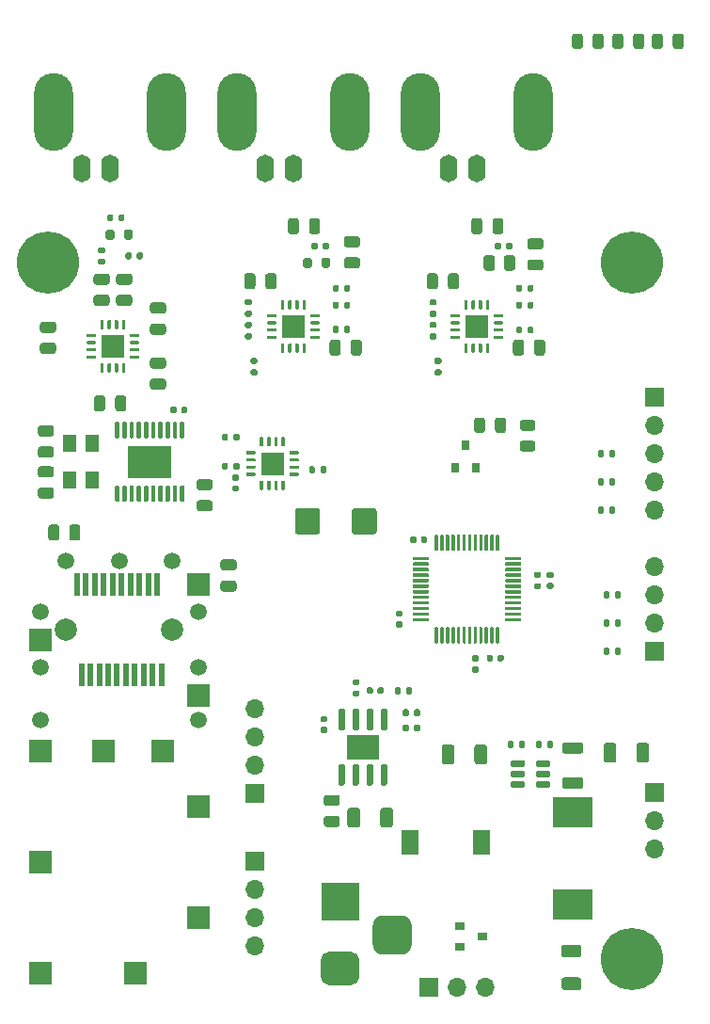
<source format=gbr>
%TF.GenerationSoftware,KiCad,Pcbnew,(5.1.7-0-10_14)*%
%TF.CreationDate,2021-07-25T17:44:21+03:00*%
%TF.ProjectId,sdisfp,73646973-6670-42e6-9b69-6361645f7063,rev?*%
%TF.SameCoordinates,Original*%
%TF.FileFunction,Soldermask,Top*%
%TF.FilePolarity,Negative*%
%FSLAX46Y46*%
G04 Gerber Fmt 4.6, Leading zero omitted, Abs format (unit mm)*
G04 Created by KiCad (PCBNEW (5.1.7-0-10_14)) date 2021-07-25 17:44:21*
%MOMM*%
%LPD*%
G01*
G04 APERTURE LIST*
%ADD10R,3.500000X3.500000*%
%ADD11R,3.600000X2.700000*%
%ADD12R,4.000000X2.850000*%
%ADD13C,1.270000*%
%ADD14R,2.100000X2.100000*%
%ADD15O,1.700000X1.700000*%
%ADD16R,1.700000X1.700000*%
%ADD17C,5.600000*%
%ADD18O,1.600000X2.500000*%
%ADD19O,3.500000X7.000000*%
%ADD20R,3.000000X2.290000*%
%ADD21R,0.900000X0.800000*%
%ADD22R,0.800000X0.900000*%
%ADD23R,1.500000X2.200000*%
%ADD24R,1.300000X1.600000*%
%ADD25R,0.500000X2.000000*%
%ADD26C,2.000000*%
%ADD27R,2.000000X2.000000*%
%ADD28C,1.500000*%
G04 APERTURE END LIST*
%TO.C,J204*%
G36*
G01*
X86474000Y-134226500D02*
X84724000Y-134226500D01*
G75*
G02*
X83849000Y-133351500I0J875000D01*
G01*
X83849000Y-131601500D01*
G75*
G02*
X84724000Y-130726500I875000J0D01*
G01*
X86474000Y-130726500D01*
G75*
G02*
X87349000Y-131601500I0J-875000D01*
G01*
X87349000Y-133351500D01*
G75*
G02*
X86474000Y-134226500I-875000J0D01*
G01*
G37*
G36*
G01*
X81899000Y-136976500D02*
X79899000Y-136976500D01*
G75*
G02*
X79149000Y-136226500I0J750000D01*
G01*
X79149000Y-134726500D01*
G75*
G02*
X79899000Y-133976500I750000J0D01*
G01*
X81899000Y-133976500D01*
G75*
G02*
X82649000Y-134726500I0J-750000D01*
G01*
X82649000Y-136226500D01*
G75*
G02*
X81899000Y-136976500I-750000J0D01*
G01*
G37*
D10*
X80899000Y-129476500D03*
%TD*%
D11*
%TO.C,L202*%
X101854000Y-129728000D03*
X101854000Y-121428000D03*
%TD*%
D12*
%TO.C,U101*%
X63770000Y-89916000D03*
G36*
G01*
X66595000Y-92041000D02*
X66795000Y-92041000D01*
G75*
G02*
X66895000Y-92141000I0J-100000D01*
G01*
X66895000Y-93416000D01*
G75*
G02*
X66795000Y-93516000I-100000J0D01*
G01*
X66595000Y-93516000D01*
G75*
G02*
X66495000Y-93416000I0J100000D01*
G01*
X66495000Y-92141000D01*
G75*
G02*
X66595000Y-92041000I100000J0D01*
G01*
G37*
G36*
G01*
X65945000Y-92041000D02*
X66145000Y-92041000D01*
G75*
G02*
X66245000Y-92141000I0J-100000D01*
G01*
X66245000Y-93416000D01*
G75*
G02*
X66145000Y-93516000I-100000J0D01*
G01*
X65945000Y-93516000D01*
G75*
G02*
X65845000Y-93416000I0J100000D01*
G01*
X65845000Y-92141000D01*
G75*
G02*
X65945000Y-92041000I100000J0D01*
G01*
G37*
G36*
G01*
X65295000Y-92041000D02*
X65495000Y-92041000D01*
G75*
G02*
X65595000Y-92141000I0J-100000D01*
G01*
X65595000Y-93416000D01*
G75*
G02*
X65495000Y-93516000I-100000J0D01*
G01*
X65295000Y-93516000D01*
G75*
G02*
X65195000Y-93416000I0J100000D01*
G01*
X65195000Y-92141000D01*
G75*
G02*
X65295000Y-92041000I100000J0D01*
G01*
G37*
G36*
G01*
X64645000Y-92041000D02*
X64845000Y-92041000D01*
G75*
G02*
X64945000Y-92141000I0J-100000D01*
G01*
X64945000Y-93416000D01*
G75*
G02*
X64845000Y-93516000I-100000J0D01*
G01*
X64645000Y-93516000D01*
G75*
G02*
X64545000Y-93416000I0J100000D01*
G01*
X64545000Y-92141000D01*
G75*
G02*
X64645000Y-92041000I100000J0D01*
G01*
G37*
G36*
G01*
X63995000Y-92041000D02*
X64195000Y-92041000D01*
G75*
G02*
X64295000Y-92141000I0J-100000D01*
G01*
X64295000Y-93416000D01*
G75*
G02*
X64195000Y-93516000I-100000J0D01*
G01*
X63995000Y-93516000D01*
G75*
G02*
X63895000Y-93416000I0J100000D01*
G01*
X63895000Y-92141000D01*
G75*
G02*
X63995000Y-92041000I100000J0D01*
G01*
G37*
G36*
G01*
X63345000Y-92041000D02*
X63545000Y-92041000D01*
G75*
G02*
X63645000Y-92141000I0J-100000D01*
G01*
X63645000Y-93416000D01*
G75*
G02*
X63545000Y-93516000I-100000J0D01*
G01*
X63345000Y-93516000D01*
G75*
G02*
X63245000Y-93416000I0J100000D01*
G01*
X63245000Y-92141000D01*
G75*
G02*
X63345000Y-92041000I100000J0D01*
G01*
G37*
G36*
G01*
X62695000Y-92041000D02*
X62895000Y-92041000D01*
G75*
G02*
X62995000Y-92141000I0J-100000D01*
G01*
X62995000Y-93416000D01*
G75*
G02*
X62895000Y-93516000I-100000J0D01*
G01*
X62695000Y-93516000D01*
G75*
G02*
X62595000Y-93416000I0J100000D01*
G01*
X62595000Y-92141000D01*
G75*
G02*
X62695000Y-92041000I100000J0D01*
G01*
G37*
G36*
G01*
X62045000Y-92041000D02*
X62245000Y-92041000D01*
G75*
G02*
X62345000Y-92141000I0J-100000D01*
G01*
X62345000Y-93416000D01*
G75*
G02*
X62245000Y-93516000I-100000J0D01*
G01*
X62045000Y-93516000D01*
G75*
G02*
X61945000Y-93416000I0J100000D01*
G01*
X61945000Y-92141000D01*
G75*
G02*
X62045000Y-92041000I100000J0D01*
G01*
G37*
G36*
G01*
X61395000Y-92041000D02*
X61595000Y-92041000D01*
G75*
G02*
X61695000Y-92141000I0J-100000D01*
G01*
X61695000Y-93416000D01*
G75*
G02*
X61595000Y-93516000I-100000J0D01*
G01*
X61395000Y-93516000D01*
G75*
G02*
X61295000Y-93416000I0J100000D01*
G01*
X61295000Y-92141000D01*
G75*
G02*
X61395000Y-92041000I100000J0D01*
G01*
G37*
G36*
G01*
X60745000Y-92041000D02*
X60945000Y-92041000D01*
G75*
G02*
X61045000Y-92141000I0J-100000D01*
G01*
X61045000Y-93416000D01*
G75*
G02*
X60945000Y-93516000I-100000J0D01*
G01*
X60745000Y-93516000D01*
G75*
G02*
X60645000Y-93416000I0J100000D01*
G01*
X60645000Y-92141000D01*
G75*
G02*
X60745000Y-92041000I100000J0D01*
G01*
G37*
G36*
G01*
X60745000Y-86316000D02*
X60945000Y-86316000D01*
G75*
G02*
X61045000Y-86416000I0J-100000D01*
G01*
X61045000Y-87691000D01*
G75*
G02*
X60945000Y-87791000I-100000J0D01*
G01*
X60745000Y-87791000D01*
G75*
G02*
X60645000Y-87691000I0J100000D01*
G01*
X60645000Y-86416000D01*
G75*
G02*
X60745000Y-86316000I100000J0D01*
G01*
G37*
G36*
G01*
X61395000Y-86316000D02*
X61595000Y-86316000D01*
G75*
G02*
X61695000Y-86416000I0J-100000D01*
G01*
X61695000Y-87691000D01*
G75*
G02*
X61595000Y-87791000I-100000J0D01*
G01*
X61395000Y-87791000D01*
G75*
G02*
X61295000Y-87691000I0J100000D01*
G01*
X61295000Y-86416000D01*
G75*
G02*
X61395000Y-86316000I100000J0D01*
G01*
G37*
G36*
G01*
X62045000Y-86316000D02*
X62245000Y-86316000D01*
G75*
G02*
X62345000Y-86416000I0J-100000D01*
G01*
X62345000Y-87691000D01*
G75*
G02*
X62245000Y-87791000I-100000J0D01*
G01*
X62045000Y-87791000D01*
G75*
G02*
X61945000Y-87691000I0J100000D01*
G01*
X61945000Y-86416000D01*
G75*
G02*
X62045000Y-86316000I100000J0D01*
G01*
G37*
G36*
G01*
X62695000Y-86316000D02*
X62895000Y-86316000D01*
G75*
G02*
X62995000Y-86416000I0J-100000D01*
G01*
X62995000Y-87691000D01*
G75*
G02*
X62895000Y-87791000I-100000J0D01*
G01*
X62695000Y-87791000D01*
G75*
G02*
X62595000Y-87691000I0J100000D01*
G01*
X62595000Y-86416000D01*
G75*
G02*
X62695000Y-86316000I100000J0D01*
G01*
G37*
G36*
G01*
X63345000Y-86316000D02*
X63545000Y-86316000D01*
G75*
G02*
X63645000Y-86416000I0J-100000D01*
G01*
X63645000Y-87691000D01*
G75*
G02*
X63545000Y-87791000I-100000J0D01*
G01*
X63345000Y-87791000D01*
G75*
G02*
X63245000Y-87691000I0J100000D01*
G01*
X63245000Y-86416000D01*
G75*
G02*
X63345000Y-86316000I100000J0D01*
G01*
G37*
G36*
G01*
X63995000Y-86316000D02*
X64195000Y-86316000D01*
G75*
G02*
X64295000Y-86416000I0J-100000D01*
G01*
X64295000Y-87691000D01*
G75*
G02*
X64195000Y-87791000I-100000J0D01*
G01*
X63995000Y-87791000D01*
G75*
G02*
X63895000Y-87691000I0J100000D01*
G01*
X63895000Y-86416000D01*
G75*
G02*
X63995000Y-86316000I100000J0D01*
G01*
G37*
G36*
G01*
X64645000Y-86316000D02*
X64845000Y-86316000D01*
G75*
G02*
X64945000Y-86416000I0J-100000D01*
G01*
X64945000Y-87691000D01*
G75*
G02*
X64845000Y-87791000I-100000J0D01*
G01*
X64645000Y-87791000D01*
G75*
G02*
X64545000Y-87691000I0J100000D01*
G01*
X64545000Y-86416000D01*
G75*
G02*
X64645000Y-86316000I100000J0D01*
G01*
G37*
G36*
G01*
X65295000Y-86316000D02*
X65495000Y-86316000D01*
G75*
G02*
X65595000Y-86416000I0J-100000D01*
G01*
X65595000Y-87691000D01*
G75*
G02*
X65495000Y-87791000I-100000J0D01*
G01*
X65295000Y-87791000D01*
G75*
G02*
X65195000Y-87691000I0J100000D01*
G01*
X65195000Y-86416000D01*
G75*
G02*
X65295000Y-86316000I100000J0D01*
G01*
G37*
G36*
G01*
X65945000Y-86316000D02*
X66145000Y-86316000D01*
G75*
G02*
X66245000Y-86416000I0J-100000D01*
G01*
X66245000Y-87691000D01*
G75*
G02*
X66145000Y-87791000I-100000J0D01*
G01*
X65945000Y-87791000D01*
G75*
G02*
X65845000Y-87691000I0J100000D01*
G01*
X65845000Y-86416000D01*
G75*
G02*
X65945000Y-86316000I100000J0D01*
G01*
G37*
G36*
G01*
X66595000Y-86316000D02*
X66795000Y-86316000D01*
G75*
G02*
X66895000Y-86416000I0J-100000D01*
G01*
X66895000Y-87691000D01*
G75*
G02*
X66795000Y-87791000I-100000J0D01*
G01*
X66595000Y-87791000D01*
G75*
G02*
X66495000Y-87691000I0J100000D01*
G01*
X66495000Y-86416000D01*
G75*
G02*
X66595000Y-86316000I100000J0D01*
G01*
G37*
D13*
X65040000Y-89154000D03*
X63770000Y-90678000D03*
X62500000Y-89154000D03*
X65040000Y-90678000D03*
X62500000Y-90678000D03*
X63770000Y-89154000D03*
%TD*%
%TO.C,C8*%
G36*
G01*
X94669000Y-107399000D02*
X94669000Y-107739000D01*
G75*
G02*
X94529000Y-107879000I-140000J0D01*
G01*
X94249000Y-107879000D01*
G75*
G02*
X94109000Y-107739000I0J140000D01*
G01*
X94109000Y-107399000D01*
G75*
G02*
X94249000Y-107259000I140000J0D01*
G01*
X94529000Y-107259000D01*
G75*
G02*
X94669000Y-107399000I0J-140000D01*
G01*
G37*
G36*
G01*
X95629000Y-107399000D02*
X95629000Y-107739000D01*
G75*
G02*
X95489000Y-107879000I-140000J0D01*
G01*
X95209000Y-107879000D01*
G75*
G02*
X95069000Y-107739000I0J140000D01*
G01*
X95069000Y-107399000D01*
G75*
G02*
X95209000Y-107259000I140000J0D01*
G01*
X95489000Y-107259000D01*
G75*
G02*
X95629000Y-107399000I0J-140000D01*
G01*
G37*
%TD*%
%TO.C,C5*%
G36*
G01*
X99652000Y-100784000D02*
X99992000Y-100784000D01*
G75*
G02*
X100132000Y-100924000I0J-140000D01*
G01*
X100132000Y-101204000D01*
G75*
G02*
X99992000Y-101344000I-140000J0D01*
G01*
X99652000Y-101344000D01*
G75*
G02*
X99512000Y-101204000I0J140000D01*
G01*
X99512000Y-100924000D01*
G75*
G02*
X99652000Y-100784000I140000J0D01*
G01*
G37*
G36*
G01*
X99652000Y-99824000D02*
X99992000Y-99824000D01*
G75*
G02*
X100132000Y-99964000I0J-140000D01*
G01*
X100132000Y-100244000D01*
G75*
G02*
X99992000Y-100384000I-140000J0D01*
G01*
X99652000Y-100384000D01*
G75*
G02*
X99512000Y-100244000I0J140000D01*
G01*
X99512000Y-99964000D01*
G75*
G02*
X99652000Y-99824000I140000J0D01*
G01*
G37*
%TD*%
%TO.C,C4*%
G36*
G01*
X86403000Y-103841000D02*
X86063000Y-103841000D01*
G75*
G02*
X85923000Y-103701000I0J140000D01*
G01*
X85923000Y-103421000D01*
G75*
G02*
X86063000Y-103281000I140000J0D01*
G01*
X86403000Y-103281000D01*
G75*
G02*
X86543000Y-103421000I0J-140000D01*
G01*
X86543000Y-103701000D01*
G75*
G02*
X86403000Y-103841000I-140000J0D01*
G01*
G37*
G36*
G01*
X86403000Y-104801000D02*
X86063000Y-104801000D01*
G75*
G02*
X85923000Y-104661000I0J140000D01*
G01*
X85923000Y-104381000D01*
G75*
G02*
X86063000Y-104241000I140000J0D01*
G01*
X86403000Y-104241000D01*
G75*
G02*
X86543000Y-104381000I0J-140000D01*
G01*
X86543000Y-104661000D01*
G75*
G02*
X86403000Y-104801000I-140000J0D01*
G01*
G37*
%TD*%
%TO.C,C3*%
G36*
G01*
X87783000Y-96731000D02*
X87783000Y-97071000D01*
G75*
G02*
X87643000Y-97211000I-140000J0D01*
G01*
X87363000Y-97211000D01*
G75*
G02*
X87223000Y-97071000I0J140000D01*
G01*
X87223000Y-96731000D01*
G75*
G02*
X87363000Y-96591000I140000J0D01*
G01*
X87643000Y-96591000D01*
G75*
G02*
X87783000Y-96731000I0J-140000D01*
G01*
G37*
G36*
G01*
X88743000Y-96731000D02*
X88743000Y-97071000D01*
G75*
G02*
X88603000Y-97211000I-140000J0D01*
G01*
X88323000Y-97211000D01*
G75*
G02*
X88183000Y-97071000I0J140000D01*
G01*
X88183000Y-96731000D01*
G75*
G02*
X88323000Y-96591000I140000J0D01*
G01*
X88603000Y-96591000D01*
G75*
G02*
X88743000Y-96731000I0J-140000D01*
G01*
G37*
%TD*%
D14*
%TO.C,U102*%
X74818000Y-90058000D03*
G36*
G01*
X73218000Y-91183000D02*
X72518000Y-91183000D01*
G75*
G02*
X72443000Y-91108000I0J75000D01*
G01*
X72443000Y-90958000D01*
G75*
G02*
X72518000Y-90883000I75000J0D01*
G01*
X73218000Y-90883000D01*
G75*
G02*
X73293000Y-90958000I0J-75000D01*
G01*
X73293000Y-91108000D01*
G75*
G02*
X73218000Y-91183000I-75000J0D01*
G01*
G37*
G36*
G01*
X73218000Y-90533000D02*
X72518000Y-90533000D01*
G75*
G02*
X72443000Y-90458000I0J75000D01*
G01*
X72443000Y-90308000D01*
G75*
G02*
X72518000Y-90233000I75000J0D01*
G01*
X73218000Y-90233000D01*
G75*
G02*
X73293000Y-90308000I0J-75000D01*
G01*
X73293000Y-90458000D01*
G75*
G02*
X73218000Y-90533000I-75000J0D01*
G01*
G37*
G36*
G01*
X73218000Y-89883000D02*
X72518000Y-89883000D01*
G75*
G02*
X72443000Y-89808000I0J75000D01*
G01*
X72443000Y-89658000D01*
G75*
G02*
X72518000Y-89583000I75000J0D01*
G01*
X73218000Y-89583000D01*
G75*
G02*
X73293000Y-89658000I0J-75000D01*
G01*
X73293000Y-89808000D01*
G75*
G02*
X73218000Y-89883000I-75000J0D01*
G01*
G37*
G36*
G01*
X73218000Y-89233000D02*
X72518000Y-89233000D01*
G75*
G02*
X72443000Y-89158000I0J75000D01*
G01*
X72443000Y-89008000D01*
G75*
G02*
X72518000Y-88933000I75000J0D01*
G01*
X73218000Y-88933000D01*
G75*
G02*
X73293000Y-89008000I0J-75000D01*
G01*
X73293000Y-89158000D01*
G75*
G02*
X73218000Y-89233000I-75000J0D01*
G01*
G37*
G36*
G01*
X73918000Y-88533000D02*
X73768000Y-88533000D01*
G75*
G02*
X73693000Y-88458000I0J75000D01*
G01*
X73693000Y-87758000D01*
G75*
G02*
X73768000Y-87683000I75000J0D01*
G01*
X73918000Y-87683000D01*
G75*
G02*
X73993000Y-87758000I0J-75000D01*
G01*
X73993000Y-88458000D01*
G75*
G02*
X73918000Y-88533000I-75000J0D01*
G01*
G37*
G36*
G01*
X74568000Y-88533000D02*
X74418000Y-88533000D01*
G75*
G02*
X74343000Y-88458000I0J75000D01*
G01*
X74343000Y-87758000D01*
G75*
G02*
X74418000Y-87683000I75000J0D01*
G01*
X74568000Y-87683000D01*
G75*
G02*
X74643000Y-87758000I0J-75000D01*
G01*
X74643000Y-88458000D01*
G75*
G02*
X74568000Y-88533000I-75000J0D01*
G01*
G37*
G36*
G01*
X75218000Y-88533000D02*
X75068000Y-88533000D01*
G75*
G02*
X74993000Y-88458000I0J75000D01*
G01*
X74993000Y-87758000D01*
G75*
G02*
X75068000Y-87683000I75000J0D01*
G01*
X75218000Y-87683000D01*
G75*
G02*
X75293000Y-87758000I0J-75000D01*
G01*
X75293000Y-88458000D01*
G75*
G02*
X75218000Y-88533000I-75000J0D01*
G01*
G37*
G36*
G01*
X75868000Y-88533000D02*
X75718000Y-88533000D01*
G75*
G02*
X75643000Y-88458000I0J75000D01*
G01*
X75643000Y-87758000D01*
G75*
G02*
X75718000Y-87683000I75000J0D01*
G01*
X75868000Y-87683000D01*
G75*
G02*
X75943000Y-87758000I0J-75000D01*
G01*
X75943000Y-88458000D01*
G75*
G02*
X75868000Y-88533000I-75000J0D01*
G01*
G37*
G36*
G01*
X77118000Y-89233000D02*
X76418000Y-89233000D01*
G75*
G02*
X76343000Y-89158000I0J75000D01*
G01*
X76343000Y-89008000D01*
G75*
G02*
X76418000Y-88933000I75000J0D01*
G01*
X77118000Y-88933000D01*
G75*
G02*
X77193000Y-89008000I0J-75000D01*
G01*
X77193000Y-89158000D01*
G75*
G02*
X77118000Y-89233000I-75000J0D01*
G01*
G37*
G36*
G01*
X77118000Y-89883000D02*
X76418000Y-89883000D01*
G75*
G02*
X76343000Y-89808000I0J75000D01*
G01*
X76343000Y-89658000D01*
G75*
G02*
X76418000Y-89583000I75000J0D01*
G01*
X77118000Y-89583000D01*
G75*
G02*
X77193000Y-89658000I0J-75000D01*
G01*
X77193000Y-89808000D01*
G75*
G02*
X77118000Y-89883000I-75000J0D01*
G01*
G37*
G36*
G01*
X77118000Y-90533000D02*
X76418000Y-90533000D01*
G75*
G02*
X76343000Y-90458000I0J75000D01*
G01*
X76343000Y-90308000D01*
G75*
G02*
X76418000Y-90233000I75000J0D01*
G01*
X77118000Y-90233000D01*
G75*
G02*
X77193000Y-90308000I0J-75000D01*
G01*
X77193000Y-90458000D01*
G75*
G02*
X77118000Y-90533000I-75000J0D01*
G01*
G37*
G36*
G01*
X77118000Y-91183000D02*
X76418000Y-91183000D01*
G75*
G02*
X76343000Y-91108000I0J75000D01*
G01*
X76343000Y-90958000D01*
G75*
G02*
X76418000Y-90883000I75000J0D01*
G01*
X77118000Y-90883000D01*
G75*
G02*
X77193000Y-90958000I0J-75000D01*
G01*
X77193000Y-91108000D01*
G75*
G02*
X77118000Y-91183000I-75000J0D01*
G01*
G37*
G36*
G01*
X75868000Y-92433000D02*
X75718000Y-92433000D01*
G75*
G02*
X75643000Y-92358000I0J75000D01*
G01*
X75643000Y-91658000D01*
G75*
G02*
X75718000Y-91583000I75000J0D01*
G01*
X75868000Y-91583000D01*
G75*
G02*
X75943000Y-91658000I0J-75000D01*
G01*
X75943000Y-92358000D01*
G75*
G02*
X75868000Y-92433000I-75000J0D01*
G01*
G37*
G36*
G01*
X75218000Y-92433000D02*
X75068000Y-92433000D01*
G75*
G02*
X74993000Y-92358000I0J75000D01*
G01*
X74993000Y-91658000D01*
G75*
G02*
X75068000Y-91583000I75000J0D01*
G01*
X75218000Y-91583000D01*
G75*
G02*
X75293000Y-91658000I0J-75000D01*
G01*
X75293000Y-92358000D01*
G75*
G02*
X75218000Y-92433000I-75000J0D01*
G01*
G37*
G36*
G01*
X74568000Y-92433000D02*
X74418000Y-92433000D01*
G75*
G02*
X74343000Y-92358000I0J75000D01*
G01*
X74343000Y-91658000D01*
G75*
G02*
X74418000Y-91583000I75000J0D01*
G01*
X74568000Y-91583000D01*
G75*
G02*
X74643000Y-91658000I0J-75000D01*
G01*
X74643000Y-92358000D01*
G75*
G02*
X74568000Y-92433000I-75000J0D01*
G01*
G37*
G36*
G01*
X73918000Y-92433000D02*
X73768000Y-92433000D01*
G75*
G02*
X73693000Y-92358000I0J75000D01*
G01*
X73693000Y-91658000D01*
G75*
G02*
X73768000Y-91583000I75000J0D01*
G01*
X73918000Y-91583000D01*
G75*
G02*
X73993000Y-91658000I0J-75000D01*
G01*
X73993000Y-92358000D01*
G75*
G02*
X73918000Y-92433000I-75000J0D01*
G01*
G37*
%TD*%
%TO.C,R116*%
G36*
G01*
X105650000Y-102039000D02*
X105650000Y-101669000D01*
G75*
G02*
X105785000Y-101534000I135000J0D01*
G01*
X106055000Y-101534000D01*
G75*
G02*
X106190000Y-101669000I0J-135000D01*
G01*
X106190000Y-102039000D01*
G75*
G02*
X106055000Y-102174000I-135000J0D01*
G01*
X105785000Y-102174000D01*
G75*
G02*
X105650000Y-102039000I0J135000D01*
G01*
G37*
G36*
G01*
X104630000Y-102039000D02*
X104630000Y-101669000D01*
G75*
G02*
X104765000Y-101534000I135000J0D01*
G01*
X105035000Y-101534000D01*
G75*
G02*
X105170000Y-101669000I0J-135000D01*
G01*
X105170000Y-102039000D01*
G75*
G02*
X105035000Y-102174000I-135000J0D01*
G01*
X104765000Y-102174000D01*
G75*
G02*
X104630000Y-102039000I0J135000D01*
G01*
G37*
%TD*%
%TO.C,R115*%
G36*
G01*
X105650000Y-104579000D02*
X105650000Y-104209000D01*
G75*
G02*
X105785000Y-104074000I135000J0D01*
G01*
X106055000Y-104074000D01*
G75*
G02*
X106190000Y-104209000I0J-135000D01*
G01*
X106190000Y-104579000D01*
G75*
G02*
X106055000Y-104714000I-135000J0D01*
G01*
X105785000Y-104714000D01*
G75*
G02*
X105650000Y-104579000I0J135000D01*
G01*
G37*
G36*
G01*
X104630000Y-104579000D02*
X104630000Y-104209000D01*
G75*
G02*
X104765000Y-104074000I135000J0D01*
G01*
X105035000Y-104074000D01*
G75*
G02*
X105170000Y-104209000I0J-135000D01*
G01*
X105170000Y-104579000D01*
G75*
G02*
X105035000Y-104714000I-135000J0D01*
G01*
X104765000Y-104714000D01*
G75*
G02*
X104630000Y-104579000I0J135000D01*
G01*
G37*
%TD*%
%TO.C,R114*%
G36*
G01*
X105650000Y-107119000D02*
X105650000Y-106749000D01*
G75*
G02*
X105785000Y-106614000I135000J0D01*
G01*
X106055000Y-106614000D01*
G75*
G02*
X106190000Y-106749000I0J-135000D01*
G01*
X106190000Y-107119000D01*
G75*
G02*
X106055000Y-107254000I-135000J0D01*
G01*
X105785000Y-107254000D01*
G75*
G02*
X105650000Y-107119000I0J135000D01*
G01*
G37*
G36*
G01*
X104630000Y-107119000D02*
X104630000Y-106749000D01*
G75*
G02*
X104765000Y-106614000I135000J0D01*
G01*
X105035000Y-106614000D01*
G75*
G02*
X105170000Y-106749000I0J-135000D01*
G01*
X105170000Y-107119000D01*
G75*
G02*
X105035000Y-107254000I-135000J0D01*
G01*
X104765000Y-107254000D01*
G75*
G02*
X104630000Y-107119000I0J135000D01*
G01*
G37*
%TD*%
D15*
%TO.C,J101*%
X109220000Y-99314000D03*
X109220000Y-101854000D03*
X109220000Y-104394000D03*
D16*
X109220000Y-106934000D03*
%TD*%
%TO.C,C203*%
G36*
G01*
X84516800Y-122570001D02*
X84516800Y-121269999D01*
G75*
G02*
X84766799Y-121020000I249999J0D01*
G01*
X85416801Y-121020000D01*
G75*
G02*
X85666800Y-121269999I0J-249999D01*
G01*
X85666800Y-122570001D01*
G75*
G02*
X85416801Y-122820000I-249999J0D01*
G01*
X84766799Y-122820000D01*
G75*
G02*
X84516800Y-122570001I0J249999D01*
G01*
G37*
G36*
G01*
X81566800Y-122570001D02*
X81566800Y-121269999D01*
G75*
G02*
X81816799Y-121020000I249999J0D01*
G01*
X82466801Y-121020000D01*
G75*
G02*
X82716800Y-121269999I0J-249999D01*
G01*
X82716800Y-122570001D01*
G75*
G02*
X82466801Y-122820000I-249999J0D01*
G01*
X81816799Y-122820000D01*
G75*
G02*
X81566800Y-122570001I0J249999D01*
G01*
G37*
%TD*%
%TO.C,C206*%
G36*
G01*
X91200400Y-115580399D02*
X91200400Y-116880401D01*
G75*
G02*
X90950401Y-117130400I-249999J0D01*
G01*
X90300399Y-117130400D01*
G75*
G02*
X90050400Y-116880401I0J249999D01*
G01*
X90050400Y-115580399D01*
G75*
G02*
X90300399Y-115330400I249999J0D01*
G01*
X90950401Y-115330400D01*
G75*
G02*
X91200400Y-115580399I0J-249999D01*
G01*
G37*
G36*
G01*
X94150400Y-115580399D02*
X94150400Y-116880401D01*
G75*
G02*
X93900401Y-117130400I-249999J0D01*
G01*
X93250399Y-117130400D01*
G75*
G02*
X93000400Y-116880401I0J249999D01*
G01*
X93000400Y-115580399D01*
G75*
G02*
X93250399Y-115330400I249999J0D01*
G01*
X93900401Y-115330400D01*
G75*
G02*
X94150400Y-115580399I0J-249999D01*
G01*
G37*
%TD*%
%TO.C,C102*%
G36*
G01*
X66595600Y-85412400D02*
X66595600Y-85072400D01*
G75*
G02*
X66735600Y-84932400I140000J0D01*
G01*
X67015600Y-84932400D01*
G75*
G02*
X67155600Y-85072400I0J-140000D01*
G01*
X67155600Y-85412400D01*
G75*
G02*
X67015600Y-85552400I-140000J0D01*
G01*
X66735600Y-85552400D01*
G75*
G02*
X66595600Y-85412400I0J140000D01*
G01*
G37*
G36*
G01*
X65635600Y-85412400D02*
X65635600Y-85072400D01*
G75*
G02*
X65775600Y-84932400I140000J0D01*
G01*
X66055600Y-84932400D01*
G75*
G02*
X66195600Y-85072400I0J-140000D01*
G01*
X66195600Y-85412400D01*
G75*
G02*
X66055600Y-85552400I-140000J0D01*
G01*
X65775600Y-85552400D01*
G75*
G02*
X65635600Y-85412400I0J140000D01*
G01*
G37*
%TD*%
%TO.C,C107*%
G36*
G01*
X71671000Y-91621000D02*
X71331000Y-91621000D01*
G75*
G02*
X71191000Y-91481000I0J140000D01*
G01*
X71191000Y-91201000D01*
G75*
G02*
X71331000Y-91061000I140000J0D01*
G01*
X71671000Y-91061000D01*
G75*
G02*
X71811000Y-91201000I0J-140000D01*
G01*
X71811000Y-91481000D01*
G75*
G02*
X71671000Y-91621000I-140000J0D01*
G01*
G37*
G36*
G01*
X71671000Y-92581000D02*
X71331000Y-92581000D01*
G75*
G02*
X71191000Y-92441000I0J140000D01*
G01*
X71191000Y-92161000D01*
G75*
G02*
X71331000Y-92021000I140000J0D01*
G01*
X71671000Y-92021000D01*
G75*
G02*
X71811000Y-92161000I0J-140000D01*
G01*
X71811000Y-92441000D01*
G75*
G02*
X71671000Y-92581000I-140000J0D01*
G01*
G37*
%TD*%
%TO.C,U202*%
G36*
G01*
X97569000Y-118783000D02*
X97569000Y-119083000D01*
G75*
G02*
X97419000Y-119233000I-150000J0D01*
G01*
X96394000Y-119233000D01*
G75*
G02*
X96244000Y-119083000I0J150000D01*
G01*
X96244000Y-118783000D01*
G75*
G02*
X96394000Y-118633000I150000J0D01*
G01*
X97419000Y-118633000D01*
G75*
G02*
X97569000Y-118783000I0J-150000D01*
G01*
G37*
G36*
G01*
X97569000Y-117833000D02*
X97569000Y-118133000D01*
G75*
G02*
X97419000Y-118283000I-150000J0D01*
G01*
X96394000Y-118283000D01*
G75*
G02*
X96244000Y-118133000I0J150000D01*
G01*
X96244000Y-117833000D01*
G75*
G02*
X96394000Y-117683000I150000J0D01*
G01*
X97419000Y-117683000D01*
G75*
G02*
X97569000Y-117833000I0J-150000D01*
G01*
G37*
G36*
G01*
X97569000Y-116883000D02*
X97569000Y-117183000D01*
G75*
G02*
X97419000Y-117333000I-150000J0D01*
G01*
X96394000Y-117333000D01*
G75*
G02*
X96244000Y-117183000I0J150000D01*
G01*
X96244000Y-116883000D01*
G75*
G02*
X96394000Y-116733000I150000J0D01*
G01*
X97419000Y-116733000D01*
G75*
G02*
X97569000Y-116883000I0J-150000D01*
G01*
G37*
G36*
G01*
X99844000Y-116883000D02*
X99844000Y-117183000D01*
G75*
G02*
X99694000Y-117333000I-150000J0D01*
G01*
X98669000Y-117333000D01*
G75*
G02*
X98519000Y-117183000I0J150000D01*
G01*
X98519000Y-116883000D01*
G75*
G02*
X98669000Y-116733000I150000J0D01*
G01*
X99694000Y-116733000D01*
G75*
G02*
X99844000Y-116883000I0J-150000D01*
G01*
G37*
G36*
G01*
X99844000Y-117833000D02*
X99844000Y-118133000D01*
G75*
G02*
X99694000Y-118283000I-150000J0D01*
G01*
X98669000Y-118283000D01*
G75*
G02*
X98519000Y-118133000I0J150000D01*
G01*
X98519000Y-117833000D01*
G75*
G02*
X98669000Y-117683000I150000J0D01*
G01*
X99694000Y-117683000D01*
G75*
G02*
X99844000Y-117833000I0J-150000D01*
G01*
G37*
G36*
G01*
X99844000Y-118783000D02*
X99844000Y-119083000D01*
G75*
G02*
X99694000Y-119233000I-150000J0D01*
G01*
X98669000Y-119233000D01*
G75*
G02*
X98519000Y-119083000I0J150000D01*
G01*
X98519000Y-118783000D01*
G75*
G02*
X98669000Y-118633000I150000J0D01*
G01*
X99694000Y-118633000D01*
G75*
G02*
X99844000Y-118783000I0J-150000D01*
G01*
G37*
%TD*%
%TO.C,R206*%
G36*
G01*
X96534000Y-115131000D02*
X96534000Y-115501000D01*
G75*
G02*
X96399000Y-115636000I-135000J0D01*
G01*
X96129000Y-115636000D01*
G75*
G02*
X95994000Y-115501000I0J135000D01*
G01*
X95994000Y-115131000D01*
G75*
G02*
X96129000Y-114996000I135000J0D01*
G01*
X96399000Y-114996000D01*
G75*
G02*
X96534000Y-115131000I0J-135000D01*
G01*
G37*
G36*
G01*
X97554000Y-115131000D02*
X97554000Y-115501000D01*
G75*
G02*
X97419000Y-115636000I-135000J0D01*
G01*
X97149000Y-115636000D01*
G75*
G02*
X97014000Y-115501000I0J135000D01*
G01*
X97014000Y-115131000D01*
G75*
G02*
X97149000Y-114996000I135000J0D01*
G01*
X97419000Y-114996000D01*
G75*
G02*
X97554000Y-115131000I0J-135000D01*
G01*
G37*
%TD*%
%TO.C,R205*%
G36*
G01*
X99072000Y-115131000D02*
X99072000Y-115501000D01*
G75*
G02*
X98937000Y-115636000I-135000J0D01*
G01*
X98667000Y-115636000D01*
G75*
G02*
X98532000Y-115501000I0J135000D01*
G01*
X98532000Y-115131000D01*
G75*
G02*
X98667000Y-114996000I135000J0D01*
G01*
X98937000Y-114996000D01*
G75*
G02*
X99072000Y-115131000I0J-135000D01*
G01*
G37*
G36*
G01*
X100092000Y-115131000D02*
X100092000Y-115501000D01*
G75*
G02*
X99957000Y-115636000I-135000J0D01*
G01*
X99687000Y-115636000D01*
G75*
G02*
X99552000Y-115501000I0J135000D01*
G01*
X99552000Y-115131000D01*
G75*
G02*
X99687000Y-114996000I135000J0D01*
G01*
X99957000Y-114996000D01*
G75*
G02*
X100092000Y-115131000I0J-135000D01*
G01*
G37*
%TD*%
%TO.C,D202*%
G36*
G01*
X101153999Y-118271000D02*
X102554001Y-118271000D01*
G75*
G02*
X102804000Y-118520999I0J-249999D01*
G01*
X102804000Y-119071001D01*
G75*
G02*
X102554001Y-119321000I-249999J0D01*
G01*
X101153999Y-119321000D01*
G75*
G02*
X100904000Y-119071001I0J249999D01*
G01*
X100904000Y-118520999D01*
G75*
G02*
X101153999Y-118271000I249999J0D01*
G01*
G37*
G36*
G01*
X101153999Y-115121000D02*
X102554001Y-115121000D01*
G75*
G02*
X102804000Y-115370999I0J-249999D01*
G01*
X102804000Y-115921001D01*
G75*
G02*
X102554001Y-116171000I-249999J0D01*
G01*
X101153999Y-116171000D01*
G75*
G02*
X100904000Y-115921001I0J249999D01*
G01*
X100904000Y-115370999D01*
G75*
G02*
X101153999Y-115121000I249999J0D01*
G01*
G37*
%TD*%
%TO.C,C209*%
G36*
G01*
X101076999Y-136282000D02*
X102377001Y-136282000D01*
G75*
G02*
X102627000Y-136531999I0J-249999D01*
G01*
X102627000Y-137182001D01*
G75*
G02*
X102377001Y-137432000I-249999J0D01*
G01*
X101076999Y-137432000D01*
G75*
G02*
X100827000Y-137182001I0J249999D01*
G01*
X100827000Y-136531999D01*
G75*
G02*
X101076999Y-136282000I249999J0D01*
G01*
G37*
G36*
G01*
X101076999Y-133332000D02*
X102377001Y-133332000D01*
G75*
G02*
X102627000Y-133581999I0J-249999D01*
G01*
X102627000Y-134232001D01*
G75*
G02*
X102377001Y-134482000I-249999J0D01*
G01*
X101076999Y-134482000D01*
G75*
G02*
X100827000Y-134232001I0J249999D01*
G01*
X100827000Y-133581999D01*
G75*
G02*
X101076999Y-133332000I249999J0D01*
G01*
G37*
%TD*%
%TO.C,C208*%
G36*
G01*
X107580000Y-116728001D02*
X107580000Y-115427999D01*
G75*
G02*
X107829999Y-115178000I249999J0D01*
G01*
X108480001Y-115178000D01*
G75*
G02*
X108730000Y-115427999I0J-249999D01*
G01*
X108730000Y-116728001D01*
G75*
G02*
X108480001Y-116978000I-249999J0D01*
G01*
X107829999Y-116978000D01*
G75*
G02*
X107580000Y-116728001I0J249999D01*
G01*
G37*
G36*
G01*
X104630000Y-116728001D02*
X104630000Y-115427999D01*
G75*
G02*
X104879999Y-115178000I249999J0D01*
G01*
X105530001Y-115178000D01*
G75*
G02*
X105780000Y-115427999I0J-249999D01*
G01*
X105780000Y-116728001D01*
G75*
G02*
X105530001Y-116978000I-249999J0D01*
G01*
X104879999Y-116978000D01*
G75*
G02*
X104630000Y-116728001I0J249999D01*
G01*
G37*
%TD*%
D17*
%TO.C,J7*%
X54610000Y-72009000D03*
%TD*%
D18*
%TO.C,J1*%
X57658000Y-63500000D03*
X60198000Y-63500000D03*
D19*
X65278000Y-58420000D03*
X55118000Y-58420000D03*
%TD*%
%TO.C,R112*%
G36*
G01*
X95871000Y-70670000D02*
X95871000Y-70300000D01*
G75*
G02*
X96006000Y-70165000I135000J0D01*
G01*
X96276000Y-70165000D01*
G75*
G02*
X96411000Y-70300000I0J-135000D01*
G01*
X96411000Y-70670000D01*
G75*
G02*
X96276000Y-70805000I-135000J0D01*
G01*
X96006000Y-70805000D01*
G75*
G02*
X95871000Y-70670000I0J135000D01*
G01*
G37*
G36*
G01*
X94851000Y-70670000D02*
X94851000Y-70300000D01*
G75*
G02*
X94986000Y-70165000I135000J0D01*
G01*
X95256000Y-70165000D01*
G75*
G02*
X95391000Y-70300000I0J-135000D01*
G01*
X95391000Y-70670000D01*
G75*
G02*
X95256000Y-70805000I-135000J0D01*
G01*
X94986000Y-70805000D01*
G75*
G02*
X94851000Y-70670000I0J135000D01*
G01*
G37*
%TD*%
%TO.C,R109*%
G36*
G01*
X97296000Y-75634000D02*
X97296000Y-76004000D01*
G75*
G02*
X97161000Y-76139000I-135000J0D01*
G01*
X96891000Y-76139000D01*
G75*
G02*
X96756000Y-76004000I0J135000D01*
G01*
X96756000Y-75634000D01*
G75*
G02*
X96891000Y-75499000I135000J0D01*
G01*
X97161000Y-75499000D01*
G75*
G02*
X97296000Y-75634000I0J-135000D01*
G01*
G37*
G36*
G01*
X98316000Y-75634000D02*
X98316000Y-76004000D01*
G75*
G02*
X98181000Y-76139000I-135000J0D01*
G01*
X97911000Y-76139000D01*
G75*
G02*
X97776000Y-76004000I0J135000D01*
G01*
X97776000Y-75634000D01*
G75*
G02*
X97911000Y-75499000I135000J0D01*
G01*
X98181000Y-75499000D01*
G75*
G02*
X98316000Y-75634000I0J-135000D01*
G01*
G37*
%TD*%
%TO.C,R108*%
G36*
G01*
X97296000Y-74110000D02*
X97296000Y-74480000D01*
G75*
G02*
X97161000Y-74615000I-135000J0D01*
G01*
X96891000Y-74615000D01*
G75*
G02*
X96756000Y-74480000I0J135000D01*
G01*
X96756000Y-74110000D01*
G75*
G02*
X96891000Y-73975000I135000J0D01*
G01*
X97161000Y-73975000D01*
G75*
G02*
X97296000Y-74110000I0J-135000D01*
G01*
G37*
G36*
G01*
X98316000Y-74110000D02*
X98316000Y-74480000D01*
G75*
G02*
X98181000Y-74615000I-135000J0D01*
G01*
X97911000Y-74615000D01*
G75*
G02*
X97776000Y-74480000I0J135000D01*
G01*
X97776000Y-74110000D01*
G75*
G02*
X97911000Y-73975000I135000J0D01*
G01*
X98181000Y-73975000D01*
G75*
G02*
X98316000Y-74110000I0J-135000D01*
G01*
G37*
%TD*%
%TO.C,R106*%
G36*
G01*
X89540500Y-81583500D02*
X89910500Y-81583500D01*
G75*
G02*
X90045500Y-81718500I0J-135000D01*
G01*
X90045500Y-81988500D01*
G75*
G02*
X89910500Y-82123500I-135000J0D01*
G01*
X89540500Y-82123500D01*
G75*
G02*
X89405500Y-81988500I0J135000D01*
G01*
X89405500Y-81718500D01*
G75*
G02*
X89540500Y-81583500I135000J0D01*
G01*
G37*
G36*
G01*
X89540500Y-80563500D02*
X89910500Y-80563500D01*
G75*
G02*
X90045500Y-80698500I0J-135000D01*
G01*
X90045500Y-80968500D01*
G75*
G02*
X89910500Y-81103500I-135000J0D01*
G01*
X89540500Y-81103500D01*
G75*
G02*
X89405500Y-80968500I0J135000D01*
G01*
X89405500Y-80698500D01*
G75*
G02*
X89540500Y-80563500I135000J0D01*
G01*
G37*
%TD*%
%TO.C,R103*%
G36*
G01*
X104660000Y-88969000D02*
X104660000Y-89339000D01*
G75*
G02*
X104525000Y-89474000I-135000J0D01*
G01*
X104255000Y-89474000D01*
G75*
G02*
X104120000Y-89339000I0J135000D01*
G01*
X104120000Y-88969000D01*
G75*
G02*
X104255000Y-88834000I135000J0D01*
G01*
X104525000Y-88834000D01*
G75*
G02*
X104660000Y-88969000I0J-135000D01*
G01*
G37*
G36*
G01*
X105680000Y-88969000D02*
X105680000Y-89339000D01*
G75*
G02*
X105545000Y-89474000I-135000J0D01*
G01*
X105275000Y-89474000D01*
G75*
G02*
X105140000Y-89339000I0J135000D01*
G01*
X105140000Y-88969000D01*
G75*
G02*
X105275000Y-88834000I135000J0D01*
G01*
X105545000Y-88834000D01*
G75*
G02*
X105680000Y-88969000I0J-135000D01*
G01*
G37*
%TD*%
%TO.C,R102*%
G36*
G01*
X104662000Y-94049000D02*
X104662000Y-94419000D01*
G75*
G02*
X104527000Y-94554000I-135000J0D01*
G01*
X104257000Y-94554000D01*
G75*
G02*
X104122000Y-94419000I0J135000D01*
G01*
X104122000Y-94049000D01*
G75*
G02*
X104257000Y-93914000I135000J0D01*
G01*
X104527000Y-93914000D01*
G75*
G02*
X104662000Y-94049000I0J-135000D01*
G01*
G37*
G36*
G01*
X105682000Y-94049000D02*
X105682000Y-94419000D01*
G75*
G02*
X105547000Y-94554000I-135000J0D01*
G01*
X105277000Y-94554000D01*
G75*
G02*
X105142000Y-94419000I0J135000D01*
G01*
X105142000Y-94049000D01*
G75*
G02*
X105277000Y-93914000I135000J0D01*
G01*
X105547000Y-93914000D01*
G75*
G02*
X105682000Y-94049000I0J-135000D01*
G01*
G37*
%TD*%
%TO.C,R101*%
G36*
G01*
X104662000Y-91509000D02*
X104662000Y-91879000D01*
G75*
G02*
X104527000Y-92014000I-135000J0D01*
G01*
X104257000Y-92014000D01*
G75*
G02*
X104122000Y-91879000I0J135000D01*
G01*
X104122000Y-91509000D01*
G75*
G02*
X104257000Y-91374000I135000J0D01*
G01*
X104527000Y-91374000D01*
G75*
G02*
X104662000Y-91509000I0J-135000D01*
G01*
G37*
G36*
G01*
X105682000Y-91509000D02*
X105682000Y-91879000D01*
G75*
G02*
X105547000Y-92014000I-135000J0D01*
G01*
X105277000Y-92014000D01*
G75*
G02*
X105142000Y-91879000I0J135000D01*
G01*
X105142000Y-91509000D01*
G75*
G02*
X105277000Y-91374000I135000J0D01*
G01*
X105547000Y-91374000D01*
G75*
G02*
X105682000Y-91509000I0J-135000D01*
G01*
G37*
%TD*%
%TO.C,R14*%
G36*
G01*
X79363000Y-70670000D02*
X79363000Y-70300000D01*
G75*
G02*
X79498000Y-70165000I135000J0D01*
G01*
X79768000Y-70165000D01*
G75*
G02*
X79903000Y-70300000I0J-135000D01*
G01*
X79903000Y-70670000D01*
G75*
G02*
X79768000Y-70805000I-135000J0D01*
G01*
X79498000Y-70805000D01*
G75*
G02*
X79363000Y-70670000I0J135000D01*
G01*
G37*
G36*
G01*
X78343000Y-70670000D02*
X78343000Y-70300000D01*
G75*
G02*
X78478000Y-70165000I135000J0D01*
G01*
X78748000Y-70165000D01*
G75*
G02*
X78883000Y-70300000I0J-135000D01*
G01*
X78883000Y-70670000D01*
G75*
G02*
X78748000Y-70805000I-135000J0D01*
G01*
X78478000Y-70805000D01*
G75*
G02*
X78343000Y-70670000I0J135000D01*
G01*
G37*
%TD*%
%TO.C,R13*%
G36*
G01*
X80784000Y-75634000D02*
X80784000Y-76004000D01*
G75*
G02*
X80649000Y-76139000I-135000J0D01*
G01*
X80379000Y-76139000D01*
G75*
G02*
X80244000Y-76004000I0J135000D01*
G01*
X80244000Y-75634000D01*
G75*
G02*
X80379000Y-75499000I135000J0D01*
G01*
X80649000Y-75499000D01*
G75*
G02*
X80784000Y-75634000I0J-135000D01*
G01*
G37*
G36*
G01*
X81804000Y-75634000D02*
X81804000Y-76004000D01*
G75*
G02*
X81669000Y-76139000I-135000J0D01*
G01*
X81399000Y-76139000D01*
G75*
G02*
X81264000Y-76004000I0J135000D01*
G01*
X81264000Y-75634000D01*
G75*
G02*
X81399000Y-75499000I135000J0D01*
G01*
X81669000Y-75499000D01*
G75*
G02*
X81804000Y-75634000I0J-135000D01*
G01*
G37*
%TD*%
%TO.C,R12*%
G36*
G01*
X80788000Y-74110000D02*
X80788000Y-74480000D01*
G75*
G02*
X80653000Y-74615000I-135000J0D01*
G01*
X80383000Y-74615000D01*
G75*
G02*
X80248000Y-74480000I0J135000D01*
G01*
X80248000Y-74110000D01*
G75*
G02*
X80383000Y-73975000I135000J0D01*
G01*
X80653000Y-73975000D01*
G75*
G02*
X80788000Y-74110000I0J-135000D01*
G01*
G37*
G36*
G01*
X81808000Y-74110000D02*
X81808000Y-74480000D01*
G75*
G02*
X81673000Y-74615000I-135000J0D01*
G01*
X81403000Y-74615000D01*
G75*
G02*
X81268000Y-74480000I0J135000D01*
G01*
X81268000Y-74110000D01*
G75*
G02*
X81403000Y-73975000I135000J0D01*
G01*
X81673000Y-73975000D01*
G75*
G02*
X81808000Y-74110000I0J-135000D01*
G01*
G37*
%TD*%
%TO.C,R10*%
G36*
G01*
X72967000Y-81583500D02*
X73337000Y-81583500D01*
G75*
G02*
X73472000Y-81718500I0J-135000D01*
G01*
X73472000Y-81988500D01*
G75*
G02*
X73337000Y-82123500I-135000J0D01*
G01*
X72967000Y-82123500D01*
G75*
G02*
X72832000Y-81988500I0J135000D01*
G01*
X72832000Y-81718500D01*
G75*
G02*
X72967000Y-81583500I135000J0D01*
G01*
G37*
G36*
G01*
X72967000Y-80563500D02*
X73337000Y-80563500D01*
G75*
G02*
X73472000Y-80698500I0J-135000D01*
G01*
X73472000Y-80968500D01*
G75*
G02*
X73337000Y-81103500I-135000J0D01*
G01*
X72967000Y-81103500D01*
G75*
G02*
X72832000Y-80968500I0J135000D01*
G01*
X72832000Y-80698500D01*
G75*
G02*
X72967000Y-80563500I135000J0D01*
G01*
G37*
%TD*%
%TO.C,R5*%
G36*
G01*
X59621000Y-71134000D02*
X59251000Y-71134000D01*
G75*
G02*
X59116000Y-70999000I0J135000D01*
G01*
X59116000Y-70729000D01*
G75*
G02*
X59251000Y-70594000I135000J0D01*
G01*
X59621000Y-70594000D01*
G75*
G02*
X59756000Y-70729000I0J-135000D01*
G01*
X59756000Y-70999000D01*
G75*
G02*
X59621000Y-71134000I-135000J0D01*
G01*
G37*
G36*
G01*
X59621000Y-72154000D02*
X59251000Y-72154000D01*
G75*
G02*
X59116000Y-72019000I0J135000D01*
G01*
X59116000Y-71749000D01*
G75*
G02*
X59251000Y-71614000I135000J0D01*
G01*
X59621000Y-71614000D01*
G75*
G02*
X59756000Y-71749000I0J-135000D01*
G01*
X59756000Y-72019000D01*
G75*
G02*
X59621000Y-72154000I-135000J0D01*
G01*
G37*
%TD*%
%TO.C,R4*%
G36*
G01*
X62599000Y-71559000D02*
X62599000Y-71189000D01*
G75*
G02*
X62734000Y-71054000I135000J0D01*
G01*
X63004000Y-71054000D01*
G75*
G02*
X63139000Y-71189000I0J-135000D01*
G01*
X63139000Y-71559000D01*
G75*
G02*
X63004000Y-71694000I-135000J0D01*
G01*
X62734000Y-71694000D01*
G75*
G02*
X62599000Y-71559000I0J135000D01*
G01*
G37*
G36*
G01*
X61579000Y-71559000D02*
X61579000Y-71189000D01*
G75*
G02*
X61714000Y-71054000I135000J0D01*
G01*
X61984000Y-71054000D01*
G75*
G02*
X62119000Y-71189000I0J-135000D01*
G01*
X62119000Y-71559000D01*
G75*
G02*
X61984000Y-71694000I-135000J0D01*
G01*
X61714000Y-71694000D01*
G75*
G02*
X61579000Y-71559000I0J135000D01*
G01*
G37*
%TD*%
%TO.C,R3*%
G36*
G01*
X60468000Y-67760000D02*
X60468000Y-68130000D01*
G75*
G02*
X60333000Y-68265000I-135000J0D01*
G01*
X60063000Y-68265000D01*
G75*
G02*
X59928000Y-68130000I0J135000D01*
G01*
X59928000Y-67760000D01*
G75*
G02*
X60063000Y-67625000I135000J0D01*
G01*
X60333000Y-67625000D01*
G75*
G02*
X60468000Y-67760000I0J-135000D01*
G01*
G37*
G36*
G01*
X61488000Y-67760000D02*
X61488000Y-68130000D01*
G75*
G02*
X61353000Y-68265000I-135000J0D01*
G01*
X61083000Y-68265000D01*
G75*
G02*
X60948000Y-68130000I0J135000D01*
G01*
X60948000Y-67760000D01*
G75*
G02*
X61083000Y-67625000I135000J0D01*
G01*
X61353000Y-67625000D01*
G75*
G02*
X61488000Y-67760000I0J-135000D01*
G01*
G37*
%TD*%
%TO.C,R2*%
G36*
G01*
X92906000Y-108319000D02*
X93276000Y-108319000D01*
G75*
G02*
X93411000Y-108454000I0J-135000D01*
G01*
X93411000Y-108724000D01*
G75*
G02*
X93276000Y-108859000I-135000J0D01*
G01*
X92906000Y-108859000D01*
G75*
G02*
X92771000Y-108724000I0J135000D01*
G01*
X92771000Y-108454000D01*
G75*
G02*
X92906000Y-108319000I135000J0D01*
G01*
G37*
G36*
G01*
X92906000Y-107299000D02*
X93276000Y-107299000D01*
G75*
G02*
X93411000Y-107434000I0J-135000D01*
G01*
X93411000Y-107704000D01*
G75*
G02*
X93276000Y-107839000I-135000J0D01*
G01*
X92906000Y-107839000D01*
G75*
G02*
X92771000Y-107704000I0J135000D01*
G01*
X92771000Y-107434000D01*
G75*
G02*
X92906000Y-107299000I135000J0D01*
G01*
G37*
%TD*%
%TO.C,R1*%
G36*
G01*
X98494000Y-100822000D02*
X98864000Y-100822000D01*
G75*
G02*
X98999000Y-100957000I0J-135000D01*
G01*
X98999000Y-101227000D01*
G75*
G02*
X98864000Y-101362000I-135000J0D01*
G01*
X98494000Y-101362000D01*
G75*
G02*
X98359000Y-101227000I0J135000D01*
G01*
X98359000Y-100957000D01*
G75*
G02*
X98494000Y-100822000I135000J0D01*
G01*
G37*
G36*
G01*
X98494000Y-99802000D02*
X98864000Y-99802000D01*
G75*
G02*
X98999000Y-99937000I0J-135000D01*
G01*
X98999000Y-100207000D01*
G75*
G02*
X98864000Y-100342000I-135000J0D01*
G01*
X98494000Y-100342000D01*
G75*
G02*
X98359000Y-100207000I0J135000D01*
G01*
X98359000Y-99937000D01*
G75*
G02*
X98494000Y-99802000I135000J0D01*
G01*
G37*
%TD*%
%TO.C,L2*%
G36*
G01*
X78378000Y-71734000D02*
X78378000Y-72284000D01*
G75*
G02*
X78178000Y-72484000I-200000J0D01*
G01*
X77778000Y-72484000D01*
G75*
G02*
X77578000Y-72284000I0J200000D01*
G01*
X77578000Y-71734000D01*
G75*
G02*
X77778000Y-71534000I200000J0D01*
G01*
X78178000Y-71534000D01*
G75*
G02*
X78378000Y-71734000I0J-200000D01*
G01*
G37*
G36*
G01*
X80028000Y-71734000D02*
X80028000Y-72284000D01*
G75*
G02*
X79828000Y-72484000I-200000J0D01*
G01*
X79428000Y-72484000D01*
G75*
G02*
X79228000Y-72284000I0J200000D01*
G01*
X79228000Y-71734000D01*
G75*
G02*
X79428000Y-71534000I200000J0D01*
G01*
X79828000Y-71534000D01*
G75*
G02*
X80028000Y-71734000I0J-200000D01*
G01*
G37*
%TD*%
%TO.C,L1*%
G36*
G01*
X61449000Y-69744000D02*
X61449000Y-69194000D01*
G75*
G02*
X61649000Y-68994000I200000J0D01*
G01*
X62049000Y-68994000D01*
G75*
G02*
X62249000Y-69194000I0J-200000D01*
G01*
X62249000Y-69744000D01*
G75*
G02*
X62049000Y-69944000I-200000J0D01*
G01*
X61649000Y-69944000D01*
G75*
G02*
X61449000Y-69744000I0J200000D01*
G01*
G37*
G36*
G01*
X59799000Y-69744000D02*
X59799000Y-69194000D01*
G75*
G02*
X59999000Y-68994000I200000J0D01*
G01*
X60399000Y-68994000D01*
G75*
G02*
X60599000Y-69194000I0J-200000D01*
G01*
X60599000Y-69744000D01*
G75*
G02*
X60399000Y-69944000I-200000J0D01*
G01*
X59999000Y-69944000D01*
G75*
G02*
X59799000Y-69744000I0J200000D01*
G01*
G37*
%TD*%
%TO.C,C111*%
G36*
G01*
X93720500Y-68232000D02*
X93720500Y-69182000D01*
G75*
G02*
X93470500Y-69432000I-250000J0D01*
G01*
X92970500Y-69432000D01*
G75*
G02*
X92720500Y-69182000I0J250000D01*
G01*
X92720500Y-68232000D01*
G75*
G02*
X92970500Y-67982000I250000J0D01*
G01*
X93470500Y-67982000D01*
G75*
G02*
X93720500Y-68232000I0J-250000D01*
G01*
G37*
G36*
G01*
X95620500Y-68232000D02*
X95620500Y-69182000D01*
G75*
G02*
X95370500Y-69432000I-250000J0D01*
G01*
X94870500Y-69432000D01*
G75*
G02*
X94620500Y-69182000I0J250000D01*
G01*
X94620500Y-68232000D01*
G75*
G02*
X94870500Y-67982000I250000J0D01*
G01*
X95370500Y-67982000D01*
G75*
G02*
X95620500Y-68232000I0J-250000D01*
G01*
G37*
%TD*%
%TO.C,C15*%
G36*
G01*
X77208000Y-68232000D02*
X77208000Y-69182000D01*
G75*
G02*
X76958000Y-69432000I-250000J0D01*
G01*
X76458000Y-69432000D01*
G75*
G02*
X76208000Y-69182000I0J250000D01*
G01*
X76208000Y-68232000D01*
G75*
G02*
X76458000Y-67982000I250000J0D01*
G01*
X76958000Y-67982000D01*
G75*
G02*
X77208000Y-68232000I0J-250000D01*
G01*
G37*
G36*
G01*
X79108000Y-68232000D02*
X79108000Y-69182000D01*
G75*
G02*
X78858000Y-69432000I-250000J0D01*
G01*
X78358000Y-69432000D01*
G75*
G02*
X78108000Y-69182000I0J250000D01*
G01*
X78108000Y-68232000D01*
G75*
G02*
X78358000Y-67982000I250000J0D01*
G01*
X78858000Y-67982000D01*
G75*
G02*
X79108000Y-68232000I0J-250000D01*
G01*
G37*
%TD*%
D20*
%TO.C,U201*%
X82956400Y-115570000D03*
G36*
G01*
X81201400Y-114070000D02*
X80901400Y-114070000D01*
G75*
G02*
X80751400Y-113920000I0J150000D01*
G01*
X80751400Y-112270000D01*
G75*
G02*
X80901400Y-112120000I150000J0D01*
G01*
X81201400Y-112120000D01*
G75*
G02*
X81351400Y-112270000I0J-150000D01*
G01*
X81351400Y-113920000D01*
G75*
G02*
X81201400Y-114070000I-150000J0D01*
G01*
G37*
G36*
G01*
X82471400Y-114070000D02*
X82171400Y-114070000D01*
G75*
G02*
X82021400Y-113920000I0J150000D01*
G01*
X82021400Y-112270000D01*
G75*
G02*
X82171400Y-112120000I150000J0D01*
G01*
X82471400Y-112120000D01*
G75*
G02*
X82621400Y-112270000I0J-150000D01*
G01*
X82621400Y-113920000D01*
G75*
G02*
X82471400Y-114070000I-150000J0D01*
G01*
G37*
G36*
G01*
X83741400Y-114070000D02*
X83441400Y-114070000D01*
G75*
G02*
X83291400Y-113920000I0J150000D01*
G01*
X83291400Y-112270000D01*
G75*
G02*
X83441400Y-112120000I150000J0D01*
G01*
X83741400Y-112120000D01*
G75*
G02*
X83891400Y-112270000I0J-150000D01*
G01*
X83891400Y-113920000D01*
G75*
G02*
X83741400Y-114070000I-150000J0D01*
G01*
G37*
G36*
G01*
X85011400Y-114070000D02*
X84711400Y-114070000D01*
G75*
G02*
X84561400Y-113920000I0J150000D01*
G01*
X84561400Y-112270000D01*
G75*
G02*
X84711400Y-112120000I150000J0D01*
G01*
X85011400Y-112120000D01*
G75*
G02*
X85161400Y-112270000I0J-150000D01*
G01*
X85161400Y-113920000D01*
G75*
G02*
X85011400Y-114070000I-150000J0D01*
G01*
G37*
G36*
G01*
X85011400Y-119020000D02*
X84711400Y-119020000D01*
G75*
G02*
X84561400Y-118870000I0J150000D01*
G01*
X84561400Y-117220000D01*
G75*
G02*
X84711400Y-117070000I150000J0D01*
G01*
X85011400Y-117070000D01*
G75*
G02*
X85161400Y-117220000I0J-150000D01*
G01*
X85161400Y-118870000D01*
G75*
G02*
X85011400Y-119020000I-150000J0D01*
G01*
G37*
G36*
G01*
X83741400Y-119020000D02*
X83441400Y-119020000D01*
G75*
G02*
X83291400Y-118870000I0J150000D01*
G01*
X83291400Y-117220000D01*
G75*
G02*
X83441400Y-117070000I150000J0D01*
G01*
X83741400Y-117070000D01*
G75*
G02*
X83891400Y-117220000I0J-150000D01*
G01*
X83891400Y-118870000D01*
G75*
G02*
X83741400Y-119020000I-150000J0D01*
G01*
G37*
G36*
G01*
X82471400Y-119020000D02*
X82171400Y-119020000D01*
G75*
G02*
X82021400Y-118870000I0J150000D01*
G01*
X82021400Y-117220000D01*
G75*
G02*
X82171400Y-117070000I150000J0D01*
G01*
X82471400Y-117070000D01*
G75*
G02*
X82621400Y-117220000I0J-150000D01*
G01*
X82621400Y-118870000D01*
G75*
G02*
X82471400Y-119020000I-150000J0D01*
G01*
G37*
G36*
G01*
X81201400Y-119020000D02*
X80901400Y-119020000D01*
G75*
G02*
X80751400Y-118870000I0J150000D01*
G01*
X80751400Y-117220000D01*
G75*
G02*
X80901400Y-117070000I150000J0D01*
G01*
X81201400Y-117070000D01*
G75*
G02*
X81351400Y-117220000I0J-150000D01*
G01*
X81351400Y-118870000D01*
G75*
G02*
X81201400Y-119020000I-150000J0D01*
G01*
G37*
%TD*%
%TO.C,R204*%
G36*
G01*
X87565200Y-114027800D02*
X87565200Y-113657800D01*
G75*
G02*
X87700200Y-113522800I135000J0D01*
G01*
X87970200Y-113522800D01*
G75*
G02*
X88105200Y-113657800I0J-135000D01*
G01*
X88105200Y-114027800D01*
G75*
G02*
X87970200Y-114162800I-135000J0D01*
G01*
X87700200Y-114162800D01*
G75*
G02*
X87565200Y-114027800I0J135000D01*
G01*
G37*
G36*
G01*
X86545200Y-114027800D02*
X86545200Y-113657800D01*
G75*
G02*
X86680200Y-113522800I135000J0D01*
G01*
X86950200Y-113522800D01*
G75*
G02*
X87085200Y-113657800I0J-135000D01*
G01*
X87085200Y-114027800D01*
G75*
G02*
X86950200Y-114162800I-135000J0D01*
G01*
X86680200Y-114162800D01*
G75*
G02*
X86545200Y-114027800I0J135000D01*
G01*
G37*
%TD*%
%TO.C,R203*%
G36*
G01*
X87563200Y-112656200D02*
X87563200Y-112286200D01*
G75*
G02*
X87698200Y-112151200I135000J0D01*
G01*
X87968200Y-112151200D01*
G75*
G02*
X88103200Y-112286200I0J-135000D01*
G01*
X88103200Y-112656200D01*
G75*
G02*
X87968200Y-112791200I-135000J0D01*
G01*
X87698200Y-112791200D01*
G75*
G02*
X87563200Y-112656200I0J135000D01*
G01*
G37*
G36*
G01*
X86543200Y-112656200D02*
X86543200Y-112286200D01*
G75*
G02*
X86678200Y-112151200I135000J0D01*
G01*
X86948200Y-112151200D01*
G75*
G02*
X87083200Y-112286200I0J-135000D01*
G01*
X87083200Y-112656200D01*
G75*
G02*
X86948200Y-112791200I-135000J0D01*
G01*
X86678200Y-112791200D01*
G75*
G02*
X86543200Y-112656200I0J135000D01*
G01*
G37*
%TD*%
%TO.C,R202*%
G36*
G01*
X86376000Y-110305000D02*
X86376000Y-110675000D01*
G75*
G02*
X86241000Y-110810000I-135000J0D01*
G01*
X85971000Y-110810000D01*
G75*
G02*
X85836000Y-110675000I0J135000D01*
G01*
X85836000Y-110305000D01*
G75*
G02*
X85971000Y-110170000I135000J0D01*
G01*
X86241000Y-110170000D01*
G75*
G02*
X86376000Y-110305000I0J-135000D01*
G01*
G37*
G36*
G01*
X87396000Y-110305000D02*
X87396000Y-110675000D01*
G75*
G02*
X87261000Y-110810000I-135000J0D01*
G01*
X86991000Y-110810000D01*
G75*
G02*
X86856000Y-110675000I0J135000D01*
G01*
X86856000Y-110305000D01*
G75*
G02*
X86991000Y-110170000I135000J0D01*
G01*
X87261000Y-110170000D01*
G75*
G02*
X87396000Y-110305000I0J-135000D01*
G01*
G37*
%TD*%
%TO.C,R201*%
G36*
G01*
X82531800Y-109996000D02*
X82161800Y-109996000D01*
G75*
G02*
X82026800Y-109861000I0J135000D01*
G01*
X82026800Y-109591000D01*
G75*
G02*
X82161800Y-109456000I135000J0D01*
G01*
X82531800Y-109456000D01*
G75*
G02*
X82666800Y-109591000I0J-135000D01*
G01*
X82666800Y-109861000D01*
G75*
G02*
X82531800Y-109996000I-135000J0D01*
G01*
G37*
G36*
G01*
X82531800Y-111016000D02*
X82161800Y-111016000D01*
G75*
G02*
X82026800Y-110881000I0J135000D01*
G01*
X82026800Y-110611000D01*
G75*
G02*
X82161800Y-110476000I135000J0D01*
G01*
X82531800Y-110476000D01*
G75*
G02*
X82666800Y-110611000I0J-135000D01*
G01*
X82666800Y-110881000D01*
G75*
G02*
X82531800Y-111016000I-135000J0D01*
G01*
G37*
%TD*%
D21*
%TO.C,Q202*%
X93710000Y-132588000D03*
X91710000Y-133538000D03*
X91710000Y-131638000D03*
%TD*%
D22*
%TO.C,Q201*%
X92202000Y-88408000D03*
X93152000Y-90408000D03*
X91252000Y-90408000D03*
%TD*%
D23*
%TO.C,L201*%
X93624000Y-124155200D03*
X87224000Y-124155200D03*
%TD*%
D15*
%TO.C,J202*%
X93980000Y-137160000D03*
X91440000Y-137160000D03*
D16*
X88900000Y-137160000D03*
%TD*%
D15*
%TO.C,J201*%
X109220000Y-124714000D03*
X109220000Y-122174000D03*
D16*
X109220000Y-119634000D03*
%TD*%
%TO.C,D201*%
G36*
G01*
X97333750Y-88001500D02*
X98246250Y-88001500D01*
G75*
G02*
X98490000Y-88245250I0J-243750D01*
G01*
X98490000Y-88732750D01*
G75*
G02*
X98246250Y-88976500I-243750J0D01*
G01*
X97333750Y-88976500D01*
G75*
G02*
X97090000Y-88732750I0J243750D01*
G01*
X97090000Y-88245250D01*
G75*
G02*
X97333750Y-88001500I243750J0D01*
G01*
G37*
G36*
G01*
X97333750Y-86126500D02*
X98246250Y-86126500D01*
G75*
G02*
X98490000Y-86370250I0J-243750D01*
G01*
X98490000Y-86857750D01*
G75*
G02*
X98246250Y-87101500I-243750J0D01*
G01*
X97333750Y-87101500D01*
G75*
G02*
X97090000Y-86857750I0J243750D01*
G01*
X97090000Y-86370250D01*
G75*
G02*
X97333750Y-86126500I243750J0D01*
G01*
G37*
%TD*%
%TO.C,C207*%
G36*
G01*
X81953000Y-96175001D02*
X81953000Y-94324999D01*
G75*
G02*
X82202999Y-94075000I249999J0D01*
G01*
X83953001Y-94075000D01*
G75*
G02*
X84203000Y-94324999I0J-249999D01*
G01*
X84203000Y-96175001D01*
G75*
G02*
X83953001Y-96425000I-249999J0D01*
G01*
X82202999Y-96425000D01*
G75*
G02*
X81953000Y-96175001I0J249999D01*
G01*
G37*
G36*
G01*
X76853000Y-96175001D02*
X76853000Y-94324999D01*
G75*
G02*
X77102999Y-94075000I249999J0D01*
G01*
X78853001Y-94075000D01*
G75*
G02*
X79103000Y-94324999I0J-249999D01*
G01*
X79103000Y-96175001D01*
G75*
G02*
X78853001Y-96425000I-249999J0D01*
G01*
X77102999Y-96425000D01*
G75*
G02*
X76853000Y-96175001I0J249999D01*
G01*
G37*
%TD*%
%TO.C,C205*%
G36*
G01*
X83874000Y-110320000D02*
X83874000Y-110660000D01*
G75*
G02*
X83734000Y-110800000I-140000J0D01*
G01*
X83454000Y-110800000D01*
G75*
G02*
X83314000Y-110660000I0J140000D01*
G01*
X83314000Y-110320000D01*
G75*
G02*
X83454000Y-110180000I140000J0D01*
G01*
X83734000Y-110180000D01*
G75*
G02*
X83874000Y-110320000I0J-140000D01*
G01*
G37*
G36*
G01*
X84834000Y-110320000D02*
X84834000Y-110660000D01*
G75*
G02*
X84694000Y-110800000I-140000J0D01*
G01*
X84414000Y-110800000D01*
G75*
G02*
X84274000Y-110660000I0J140000D01*
G01*
X84274000Y-110320000D01*
G75*
G02*
X84414000Y-110180000I140000J0D01*
G01*
X84694000Y-110180000D01*
G75*
G02*
X84834000Y-110320000I0J-140000D01*
G01*
G37*
%TD*%
%TO.C,C204*%
G36*
G01*
X80637400Y-120860400D02*
X79687400Y-120860400D01*
G75*
G02*
X79437400Y-120610400I0J250000D01*
G01*
X79437400Y-120110400D01*
G75*
G02*
X79687400Y-119860400I250000J0D01*
G01*
X80637400Y-119860400D01*
G75*
G02*
X80887400Y-120110400I0J-250000D01*
G01*
X80887400Y-120610400D01*
G75*
G02*
X80637400Y-120860400I-250000J0D01*
G01*
G37*
G36*
G01*
X80637400Y-122760400D02*
X79687400Y-122760400D01*
G75*
G02*
X79437400Y-122510400I0J250000D01*
G01*
X79437400Y-122010400D01*
G75*
G02*
X79687400Y-121760400I250000J0D01*
G01*
X80637400Y-121760400D01*
G75*
G02*
X80887400Y-122010400I0J-250000D01*
G01*
X80887400Y-122510400D01*
G75*
G02*
X80637400Y-122760400I-250000J0D01*
G01*
G37*
%TD*%
%TO.C,C202*%
G36*
G01*
X79281200Y-113738000D02*
X79621200Y-113738000D01*
G75*
G02*
X79761200Y-113878000I0J-140000D01*
G01*
X79761200Y-114158000D01*
G75*
G02*
X79621200Y-114298000I-140000J0D01*
G01*
X79281200Y-114298000D01*
G75*
G02*
X79141200Y-114158000I0J140000D01*
G01*
X79141200Y-113878000D01*
G75*
G02*
X79281200Y-113738000I140000J0D01*
G01*
G37*
G36*
G01*
X79281200Y-112778000D02*
X79621200Y-112778000D01*
G75*
G02*
X79761200Y-112918000I0J-140000D01*
G01*
X79761200Y-113198000D01*
G75*
G02*
X79621200Y-113338000I-140000J0D01*
G01*
X79281200Y-113338000D01*
G75*
G02*
X79141200Y-113198000I0J140000D01*
G01*
X79141200Y-112918000D01*
G75*
G02*
X79281200Y-112778000I140000J0D01*
G01*
G37*
%TD*%
%TO.C,U1*%
G36*
G01*
X95229000Y-104846000D02*
X95229000Y-106171000D01*
G75*
G02*
X95154000Y-106246000I-75000J0D01*
G01*
X95004000Y-106246000D01*
G75*
G02*
X94929000Y-106171000I0J75000D01*
G01*
X94929000Y-104846000D01*
G75*
G02*
X95004000Y-104771000I75000J0D01*
G01*
X95154000Y-104771000D01*
G75*
G02*
X95229000Y-104846000I0J-75000D01*
G01*
G37*
G36*
G01*
X94729000Y-104846000D02*
X94729000Y-106171000D01*
G75*
G02*
X94654000Y-106246000I-75000J0D01*
G01*
X94504000Y-106246000D01*
G75*
G02*
X94429000Y-106171000I0J75000D01*
G01*
X94429000Y-104846000D01*
G75*
G02*
X94504000Y-104771000I75000J0D01*
G01*
X94654000Y-104771000D01*
G75*
G02*
X94729000Y-104846000I0J-75000D01*
G01*
G37*
G36*
G01*
X94229000Y-104846000D02*
X94229000Y-106171000D01*
G75*
G02*
X94154000Y-106246000I-75000J0D01*
G01*
X94004000Y-106246000D01*
G75*
G02*
X93929000Y-106171000I0J75000D01*
G01*
X93929000Y-104846000D01*
G75*
G02*
X94004000Y-104771000I75000J0D01*
G01*
X94154000Y-104771000D01*
G75*
G02*
X94229000Y-104846000I0J-75000D01*
G01*
G37*
G36*
G01*
X93729000Y-104846000D02*
X93729000Y-106171000D01*
G75*
G02*
X93654000Y-106246000I-75000J0D01*
G01*
X93504000Y-106246000D01*
G75*
G02*
X93429000Y-106171000I0J75000D01*
G01*
X93429000Y-104846000D01*
G75*
G02*
X93504000Y-104771000I75000J0D01*
G01*
X93654000Y-104771000D01*
G75*
G02*
X93729000Y-104846000I0J-75000D01*
G01*
G37*
G36*
G01*
X93229000Y-104846000D02*
X93229000Y-106171000D01*
G75*
G02*
X93154000Y-106246000I-75000J0D01*
G01*
X93004000Y-106246000D01*
G75*
G02*
X92929000Y-106171000I0J75000D01*
G01*
X92929000Y-104846000D01*
G75*
G02*
X93004000Y-104771000I75000J0D01*
G01*
X93154000Y-104771000D01*
G75*
G02*
X93229000Y-104846000I0J-75000D01*
G01*
G37*
G36*
G01*
X92729000Y-104846000D02*
X92729000Y-106171000D01*
G75*
G02*
X92654000Y-106246000I-75000J0D01*
G01*
X92504000Y-106246000D01*
G75*
G02*
X92429000Y-106171000I0J75000D01*
G01*
X92429000Y-104846000D01*
G75*
G02*
X92504000Y-104771000I75000J0D01*
G01*
X92654000Y-104771000D01*
G75*
G02*
X92729000Y-104846000I0J-75000D01*
G01*
G37*
G36*
G01*
X92229000Y-104846000D02*
X92229000Y-106171000D01*
G75*
G02*
X92154000Y-106246000I-75000J0D01*
G01*
X92004000Y-106246000D01*
G75*
G02*
X91929000Y-106171000I0J75000D01*
G01*
X91929000Y-104846000D01*
G75*
G02*
X92004000Y-104771000I75000J0D01*
G01*
X92154000Y-104771000D01*
G75*
G02*
X92229000Y-104846000I0J-75000D01*
G01*
G37*
G36*
G01*
X91729000Y-104846000D02*
X91729000Y-106171000D01*
G75*
G02*
X91654000Y-106246000I-75000J0D01*
G01*
X91504000Y-106246000D01*
G75*
G02*
X91429000Y-106171000I0J75000D01*
G01*
X91429000Y-104846000D01*
G75*
G02*
X91504000Y-104771000I75000J0D01*
G01*
X91654000Y-104771000D01*
G75*
G02*
X91729000Y-104846000I0J-75000D01*
G01*
G37*
G36*
G01*
X91229000Y-104846000D02*
X91229000Y-106171000D01*
G75*
G02*
X91154000Y-106246000I-75000J0D01*
G01*
X91004000Y-106246000D01*
G75*
G02*
X90929000Y-106171000I0J75000D01*
G01*
X90929000Y-104846000D01*
G75*
G02*
X91004000Y-104771000I75000J0D01*
G01*
X91154000Y-104771000D01*
G75*
G02*
X91229000Y-104846000I0J-75000D01*
G01*
G37*
G36*
G01*
X90729000Y-104846000D02*
X90729000Y-106171000D01*
G75*
G02*
X90654000Y-106246000I-75000J0D01*
G01*
X90504000Y-106246000D01*
G75*
G02*
X90429000Y-106171000I0J75000D01*
G01*
X90429000Y-104846000D01*
G75*
G02*
X90504000Y-104771000I75000J0D01*
G01*
X90654000Y-104771000D01*
G75*
G02*
X90729000Y-104846000I0J-75000D01*
G01*
G37*
G36*
G01*
X90229000Y-104846000D02*
X90229000Y-106171000D01*
G75*
G02*
X90154000Y-106246000I-75000J0D01*
G01*
X90004000Y-106246000D01*
G75*
G02*
X89929000Y-106171000I0J75000D01*
G01*
X89929000Y-104846000D01*
G75*
G02*
X90004000Y-104771000I75000J0D01*
G01*
X90154000Y-104771000D01*
G75*
G02*
X90229000Y-104846000I0J-75000D01*
G01*
G37*
G36*
G01*
X89729000Y-104846000D02*
X89729000Y-106171000D01*
G75*
G02*
X89654000Y-106246000I-75000J0D01*
G01*
X89504000Y-106246000D01*
G75*
G02*
X89429000Y-106171000I0J75000D01*
G01*
X89429000Y-104846000D01*
G75*
G02*
X89504000Y-104771000I75000J0D01*
G01*
X89654000Y-104771000D01*
G75*
G02*
X89729000Y-104846000I0J-75000D01*
G01*
G37*
G36*
G01*
X88904000Y-104021000D02*
X88904000Y-104171000D01*
G75*
G02*
X88829000Y-104246000I-75000J0D01*
G01*
X87504000Y-104246000D01*
G75*
G02*
X87429000Y-104171000I0J75000D01*
G01*
X87429000Y-104021000D01*
G75*
G02*
X87504000Y-103946000I75000J0D01*
G01*
X88829000Y-103946000D01*
G75*
G02*
X88904000Y-104021000I0J-75000D01*
G01*
G37*
G36*
G01*
X88904000Y-103521000D02*
X88904000Y-103671000D01*
G75*
G02*
X88829000Y-103746000I-75000J0D01*
G01*
X87504000Y-103746000D01*
G75*
G02*
X87429000Y-103671000I0J75000D01*
G01*
X87429000Y-103521000D01*
G75*
G02*
X87504000Y-103446000I75000J0D01*
G01*
X88829000Y-103446000D01*
G75*
G02*
X88904000Y-103521000I0J-75000D01*
G01*
G37*
G36*
G01*
X88904000Y-103021000D02*
X88904000Y-103171000D01*
G75*
G02*
X88829000Y-103246000I-75000J0D01*
G01*
X87504000Y-103246000D01*
G75*
G02*
X87429000Y-103171000I0J75000D01*
G01*
X87429000Y-103021000D01*
G75*
G02*
X87504000Y-102946000I75000J0D01*
G01*
X88829000Y-102946000D01*
G75*
G02*
X88904000Y-103021000I0J-75000D01*
G01*
G37*
G36*
G01*
X88904000Y-102521000D02*
X88904000Y-102671000D01*
G75*
G02*
X88829000Y-102746000I-75000J0D01*
G01*
X87504000Y-102746000D01*
G75*
G02*
X87429000Y-102671000I0J75000D01*
G01*
X87429000Y-102521000D01*
G75*
G02*
X87504000Y-102446000I75000J0D01*
G01*
X88829000Y-102446000D01*
G75*
G02*
X88904000Y-102521000I0J-75000D01*
G01*
G37*
G36*
G01*
X88904000Y-102021000D02*
X88904000Y-102171000D01*
G75*
G02*
X88829000Y-102246000I-75000J0D01*
G01*
X87504000Y-102246000D01*
G75*
G02*
X87429000Y-102171000I0J75000D01*
G01*
X87429000Y-102021000D01*
G75*
G02*
X87504000Y-101946000I75000J0D01*
G01*
X88829000Y-101946000D01*
G75*
G02*
X88904000Y-102021000I0J-75000D01*
G01*
G37*
G36*
G01*
X88904000Y-101521000D02*
X88904000Y-101671000D01*
G75*
G02*
X88829000Y-101746000I-75000J0D01*
G01*
X87504000Y-101746000D01*
G75*
G02*
X87429000Y-101671000I0J75000D01*
G01*
X87429000Y-101521000D01*
G75*
G02*
X87504000Y-101446000I75000J0D01*
G01*
X88829000Y-101446000D01*
G75*
G02*
X88904000Y-101521000I0J-75000D01*
G01*
G37*
G36*
G01*
X88904000Y-101021000D02*
X88904000Y-101171000D01*
G75*
G02*
X88829000Y-101246000I-75000J0D01*
G01*
X87504000Y-101246000D01*
G75*
G02*
X87429000Y-101171000I0J75000D01*
G01*
X87429000Y-101021000D01*
G75*
G02*
X87504000Y-100946000I75000J0D01*
G01*
X88829000Y-100946000D01*
G75*
G02*
X88904000Y-101021000I0J-75000D01*
G01*
G37*
G36*
G01*
X88904000Y-100521000D02*
X88904000Y-100671000D01*
G75*
G02*
X88829000Y-100746000I-75000J0D01*
G01*
X87504000Y-100746000D01*
G75*
G02*
X87429000Y-100671000I0J75000D01*
G01*
X87429000Y-100521000D01*
G75*
G02*
X87504000Y-100446000I75000J0D01*
G01*
X88829000Y-100446000D01*
G75*
G02*
X88904000Y-100521000I0J-75000D01*
G01*
G37*
G36*
G01*
X88904000Y-100021000D02*
X88904000Y-100171000D01*
G75*
G02*
X88829000Y-100246000I-75000J0D01*
G01*
X87504000Y-100246000D01*
G75*
G02*
X87429000Y-100171000I0J75000D01*
G01*
X87429000Y-100021000D01*
G75*
G02*
X87504000Y-99946000I75000J0D01*
G01*
X88829000Y-99946000D01*
G75*
G02*
X88904000Y-100021000I0J-75000D01*
G01*
G37*
G36*
G01*
X88904000Y-99521000D02*
X88904000Y-99671000D01*
G75*
G02*
X88829000Y-99746000I-75000J0D01*
G01*
X87504000Y-99746000D01*
G75*
G02*
X87429000Y-99671000I0J75000D01*
G01*
X87429000Y-99521000D01*
G75*
G02*
X87504000Y-99446000I75000J0D01*
G01*
X88829000Y-99446000D01*
G75*
G02*
X88904000Y-99521000I0J-75000D01*
G01*
G37*
G36*
G01*
X88904000Y-99021000D02*
X88904000Y-99171000D01*
G75*
G02*
X88829000Y-99246000I-75000J0D01*
G01*
X87504000Y-99246000D01*
G75*
G02*
X87429000Y-99171000I0J75000D01*
G01*
X87429000Y-99021000D01*
G75*
G02*
X87504000Y-98946000I75000J0D01*
G01*
X88829000Y-98946000D01*
G75*
G02*
X88904000Y-99021000I0J-75000D01*
G01*
G37*
G36*
G01*
X88904000Y-98521000D02*
X88904000Y-98671000D01*
G75*
G02*
X88829000Y-98746000I-75000J0D01*
G01*
X87504000Y-98746000D01*
G75*
G02*
X87429000Y-98671000I0J75000D01*
G01*
X87429000Y-98521000D01*
G75*
G02*
X87504000Y-98446000I75000J0D01*
G01*
X88829000Y-98446000D01*
G75*
G02*
X88904000Y-98521000I0J-75000D01*
G01*
G37*
G36*
G01*
X89729000Y-96521000D02*
X89729000Y-97846000D01*
G75*
G02*
X89654000Y-97921000I-75000J0D01*
G01*
X89504000Y-97921000D01*
G75*
G02*
X89429000Y-97846000I0J75000D01*
G01*
X89429000Y-96521000D01*
G75*
G02*
X89504000Y-96446000I75000J0D01*
G01*
X89654000Y-96446000D01*
G75*
G02*
X89729000Y-96521000I0J-75000D01*
G01*
G37*
G36*
G01*
X90229000Y-96521000D02*
X90229000Y-97846000D01*
G75*
G02*
X90154000Y-97921000I-75000J0D01*
G01*
X90004000Y-97921000D01*
G75*
G02*
X89929000Y-97846000I0J75000D01*
G01*
X89929000Y-96521000D01*
G75*
G02*
X90004000Y-96446000I75000J0D01*
G01*
X90154000Y-96446000D01*
G75*
G02*
X90229000Y-96521000I0J-75000D01*
G01*
G37*
G36*
G01*
X90729000Y-96521000D02*
X90729000Y-97846000D01*
G75*
G02*
X90654000Y-97921000I-75000J0D01*
G01*
X90504000Y-97921000D01*
G75*
G02*
X90429000Y-97846000I0J75000D01*
G01*
X90429000Y-96521000D01*
G75*
G02*
X90504000Y-96446000I75000J0D01*
G01*
X90654000Y-96446000D01*
G75*
G02*
X90729000Y-96521000I0J-75000D01*
G01*
G37*
G36*
G01*
X91229000Y-96521000D02*
X91229000Y-97846000D01*
G75*
G02*
X91154000Y-97921000I-75000J0D01*
G01*
X91004000Y-97921000D01*
G75*
G02*
X90929000Y-97846000I0J75000D01*
G01*
X90929000Y-96521000D01*
G75*
G02*
X91004000Y-96446000I75000J0D01*
G01*
X91154000Y-96446000D01*
G75*
G02*
X91229000Y-96521000I0J-75000D01*
G01*
G37*
G36*
G01*
X91729000Y-96521000D02*
X91729000Y-97846000D01*
G75*
G02*
X91654000Y-97921000I-75000J0D01*
G01*
X91504000Y-97921000D01*
G75*
G02*
X91429000Y-97846000I0J75000D01*
G01*
X91429000Y-96521000D01*
G75*
G02*
X91504000Y-96446000I75000J0D01*
G01*
X91654000Y-96446000D01*
G75*
G02*
X91729000Y-96521000I0J-75000D01*
G01*
G37*
G36*
G01*
X92229000Y-96521000D02*
X92229000Y-97846000D01*
G75*
G02*
X92154000Y-97921000I-75000J0D01*
G01*
X92004000Y-97921000D01*
G75*
G02*
X91929000Y-97846000I0J75000D01*
G01*
X91929000Y-96521000D01*
G75*
G02*
X92004000Y-96446000I75000J0D01*
G01*
X92154000Y-96446000D01*
G75*
G02*
X92229000Y-96521000I0J-75000D01*
G01*
G37*
G36*
G01*
X92729000Y-96521000D02*
X92729000Y-97846000D01*
G75*
G02*
X92654000Y-97921000I-75000J0D01*
G01*
X92504000Y-97921000D01*
G75*
G02*
X92429000Y-97846000I0J75000D01*
G01*
X92429000Y-96521000D01*
G75*
G02*
X92504000Y-96446000I75000J0D01*
G01*
X92654000Y-96446000D01*
G75*
G02*
X92729000Y-96521000I0J-75000D01*
G01*
G37*
G36*
G01*
X93229000Y-96521000D02*
X93229000Y-97846000D01*
G75*
G02*
X93154000Y-97921000I-75000J0D01*
G01*
X93004000Y-97921000D01*
G75*
G02*
X92929000Y-97846000I0J75000D01*
G01*
X92929000Y-96521000D01*
G75*
G02*
X93004000Y-96446000I75000J0D01*
G01*
X93154000Y-96446000D01*
G75*
G02*
X93229000Y-96521000I0J-75000D01*
G01*
G37*
G36*
G01*
X93729000Y-96521000D02*
X93729000Y-97846000D01*
G75*
G02*
X93654000Y-97921000I-75000J0D01*
G01*
X93504000Y-97921000D01*
G75*
G02*
X93429000Y-97846000I0J75000D01*
G01*
X93429000Y-96521000D01*
G75*
G02*
X93504000Y-96446000I75000J0D01*
G01*
X93654000Y-96446000D01*
G75*
G02*
X93729000Y-96521000I0J-75000D01*
G01*
G37*
G36*
G01*
X94229000Y-96521000D02*
X94229000Y-97846000D01*
G75*
G02*
X94154000Y-97921000I-75000J0D01*
G01*
X94004000Y-97921000D01*
G75*
G02*
X93929000Y-97846000I0J75000D01*
G01*
X93929000Y-96521000D01*
G75*
G02*
X94004000Y-96446000I75000J0D01*
G01*
X94154000Y-96446000D01*
G75*
G02*
X94229000Y-96521000I0J-75000D01*
G01*
G37*
G36*
G01*
X94729000Y-96521000D02*
X94729000Y-97846000D01*
G75*
G02*
X94654000Y-97921000I-75000J0D01*
G01*
X94504000Y-97921000D01*
G75*
G02*
X94429000Y-97846000I0J75000D01*
G01*
X94429000Y-96521000D01*
G75*
G02*
X94504000Y-96446000I75000J0D01*
G01*
X94654000Y-96446000D01*
G75*
G02*
X94729000Y-96521000I0J-75000D01*
G01*
G37*
G36*
G01*
X95229000Y-96521000D02*
X95229000Y-97846000D01*
G75*
G02*
X95154000Y-97921000I-75000J0D01*
G01*
X95004000Y-97921000D01*
G75*
G02*
X94929000Y-97846000I0J75000D01*
G01*
X94929000Y-96521000D01*
G75*
G02*
X95004000Y-96446000I75000J0D01*
G01*
X95154000Y-96446000D01*
G75*
G02*
X95229000Y-96521000I0J-75000D01*
G01*
G37*
G36*
G01*
X97229000Y-98521000D02*
X97229000Y-98671000D01*
G75*
G02*
X97154000Y-98746000I-75000J0D01*
G01*
X95829000Y-98746000D01*
G75*
G02*
X95754000Y-98671000I0J75000D01*
G01*
X95754000Y-98521000D01*
G75*
G02*
X95829000Y-98446000I75000J0D01*
G01*
X97154000Y-98446000D01*
G75*
G02*
X97229000Y-98521000I0J-75000D01*
G01*
G37*
G36*
G01*
X97229000Y-99021000D02*
X97229000Y-99171000D01*
G75*
G02*
X97154000Y-99246000I-75000J0D01*
G01*
X95829000Y-99246000D01*
G75*
G02*
X95754000Y-99171000I0J75000D01*
G01*
X95754000Y-99021000D01*
G75*
G02*
X95829000Y-98946000I75000J0D01*
G01*
X97154000Y-98946000D01*
G75*
G02*
X97229000Y-99021000I0J-75000D01*
G01*
G37*
G36*
G01*
X97229000Y-99521000D02*
X97229000Y-99671000D01*
G75*
G02*
X97154000Y-99746000I-75000J0D01*
G01*
X95829000Y-99746000D01*
G75*
G02*
X95754000Y-99671000I0J75000D01*
G01*
X95754000Y-99521000D01*
G75*
G02*
X95829000Y-99446000I75000J0D01*
G01*
X97154000Y-99446000D01*
G75*
G02*
X97229000Y-99521000I0J-75000D01*
G01*
G37*
G36*
G01*
X97229000Y-100021000D02*
X97229000Y-100171000D01*
G75*
G02*
X97154000Y-100246000I-75000J0D01*
G01*
X95829000Y-100246000D01*
G75*
G02*
X95754000Y-100171000I0J75000D01*
G01*
X95754000Y-100021000D01*
G75*
G02*
X95829000Y-99946000I75000J0D01*
G01*
X97154000Y-99946000D01*
G75*
G02*
X97229000Y-100021000I0J-75000D01*
G01*
G37*
G36*
G01*
X97229000Y-100521000D02*
X97229000Y-100671000D01*
G75*
G02*
X97154000Y-100746000I-75000J0D01*
G01*
X95829000Y-100746000D01*
G75*
G02*
X95754000Y-100671000I0J75000D01*
G01*
X95754000Y-100521000D01*
G75*
G02*
X95829000Y-100446000I75000J0D01*
G01*
X97154000Y-100446000D01*
G75*
G02*
X97229000Y-100521000I0J-75000D01*
G01*
G37*
G36*
G01*
X97229000Y-101021000D02*
X97229000Y-101171000D01*
G75*
G02*
X97154000Y-101246000I-75000J0D01*
G01*
X95829000Y-101246000D01*
G75*
G02*
X95754000Y-101171000I0J75000D01*
G01*
X95754000Y-101021000D01*
G75*
G02*
X95829000Y-100946000I75000J0D01*
G01*
X97154000Y-100946000D01*
G75*
G02*
X97229000Y-101021000I0J-75000D01*
G01*
G37*
G36*
G01*
X97229000Y-101521000D02*
X97229000Y-101671000D01*
G75*
G02*
X97154000Y-101746000I-75000J0D01*
G01*
X95829000Y-101746000D01*
G75*
G02*
X95754000Y-101671000I0J75000D01*
G01*
X95754000Y-101521000D01*
G75*
G02*
X95829000Y-101446000I75000J0D01*
G01*
X97154000Y-101446000D01*
G75*
G02*
X97229000Y-101521000I0J-75000D01*
G01*
G37*
G36*
G01*
X97229000Y-102021000D02*
X97229000Y-102171000D01*
G75*
G02*
X97154000Y-102246000I-75000J0D01*
G01*
X95829000Y-102246000D01*
G75*
G02*
X95754000Y-102171000I0J75000D01*
G01*
X95754000Y-102021000D01*
G75*
G02*
X95829000Y-101946000I75000J0D01*
G01*
X97154000Y-101946000D01*
G75*
G02*
X97229000Y-102021000I0J-75000D01*
G01*
G37*
G36*
G01*
X97229000Y-102521000D02*
X97229000Y-102671000D01*
G75*
G02*
X97154000Y-102746000I-75000J0D01*
G01*
X95829000Y-102746000D01*
G75*
G02*
X95754000Y-102671000I0J75000D01*
G01*
X95754000Y-102521000D01*
G75*
G02*
X95829000Y-102446000I75000J0D01*
G01*
X97154000Y-102446000D01*
G75*
G02*
X97229000Y-102521000I0J-75000D01*
G01*
G37*
G36*
G01*
X97229000Y-103021000D02*
X97229000Y-103171000D01*
G75*
G02*
X97154000Y-103246000I-75000J0D01*
G01*
X95829000Y-103246000D01*
G75*
G02*
X95754000Y-103171000I0J75000D01*
G01*
X95754000Y-103021000D01*
G75*
G02*
X95829000Y-102946000I75000J0D01*
G01*
X97154000Y-102946000D01*
G75*
G02*
X97229000Y-103021000I0J-75000D01*
G01*
G37*
G36*
G01*
X97229000Y-103521000D02*
X97229000Y-103671000D01*
G75*
G02*
X97154000Y-103746000I-75000J0D01*
G01*
X95829000Y-103746000D01*
G75*
G02*
X95754000Y-103671000I0J75000D01*
G01*
X95754000Y-103521000D01*
G75*
G02*
X95829000Y-103446000I75000J0D01*
G01*
X97154000Y-103446000D01*
G75*
G02*
X97229000Y-103521000I0J-75000D01*
G01*
G37*
G36*
G01*
X97229000Y-104021000D02*
X97229000Y-104171000D01*
G75*
G02*
X97154000Y-104246000I-75000J0D01*
G01*
X95829000Y-104246000D01*
G75*
G02*
X95754000Y-104171000I0J75000D01*
G01*
X95754000Y-104021000D01*
G75*
G02*
X95829000Y-103946000I75000J0D01*
G01*
X97154000Y-103946000D01*
G75*
G02*
X97229000Y-104021000I0J-75000D01*
G01*
G37*
%TD*%
D14*
%TO.C,U103*%
X93218000Y-77724000D03*
G36*
G01*
X92093000Y-76124000D02*
X92093000Y-75424000D01*
G75*
G02*
X92168000Y-75349000I75000J0D01*
G01*
X92318000Y-75349000D01*
G75*
G02*
X92393000Y-75424000I0J-75000D01*
G01*
X92393000Y-76124000D01*
G75*
G02*
X92318000Y-76199000I-75000J0D01*
G01*
X92168000Y-76199000D01*
G75*
G02*
X92093000Y-76124000I0J75000D01*
G01*
G37*
G36*
G01*
X92743000Y-76124000D02*
X92743000Y-75424000D01*
G75*
G02*
X92818000Y-75349000I75000J0D01*
G01*
X92968000Y-75349000D01*
G75*
G02*
X93043000Y-75424000I0J-75000D01*
G01*
X93043000Y-76124000D01*
G75*
G02*
X92968000Y-76199000I-75000J0D01*
G01*
X92818000Y-76199000D01*
G75*
G02*
X92743000Y-76124000I0J75000D01*
G01*
G37*
G36*
G01*
X93393000Y-76124000D02*
X93393000Y-75424000D01*
G75*
G02*
X93468000Y-75349000I75000J0D01*
G01*
X93618000Y-75349000D01*
G75*
G02*
X93693000Y-75424000I0J-75000D01*
G01*
X93693000Y-76124000D01*
G75*
G02*
X93618000Y-76199000I-75000J0D01*
G01*
X93468000Y-76199000D01*
G75*
G02*
X93393000Y-76124000I0J75000D01*
G01*
G37*
G36*
G01*
X94043000Y-76124000D02*
X94043000Y-75424000D01*
G75*
G02*
X94118000Y-75349000I75000J0D01*
G01*
X94268000Y-75349000D01*
G75*
G02*
X94343000Y-75424000I0J-75000D01*
G01*
X94343000Y-76124000D01*
G75*
G02*
X94268000Y-76199000I-75000J0D01*
G01*
X94118000Y-76199000D01*
G75*
G02*
X94043000Y-76124000I0J75000D01*
G01*
G37*
G36*
G01*
X94743000Y-76824000D02*
X94743000Y-76674000D01*
G75*
G02*
X94818000Y-76599000I75000J0D01*
G01*
X95518000Y-76599000D01*
G75*
G02*
X95593000Y-76674000I0J-75000D01*
G01*
X95593000Y-76824000D01*
G75*
G02*
X95518000Y-76899000I-75000J0D01*
G01*
X94818000Y-76899000D01*
G75*
G02*
X94743000Y-76824000I0J75000D01*
G01*
G37*
G36*
G01*
X94743000Y-77474000D02*
X94743000Y-77324000D01*
G75*
G02*
X94818000Y-77249000I75000J0D01*
G01*
X95518000Y-77249000D01*
G75*
G02*
X95593000Y-77324000I0J-75000D01*
G01*
X95593000Y-77474000D01*
G75*
G02*
X95518000Y-77549000I-75000J0D01*
G01*
X94818000Y-77549000D01*
G75*
G02*
X94743000Y-77474000I0J75000D01*
G01*
G37*
G36*
G01*
X94743000Y-78124000D02*
X94743000Y-77974000D01*
G75*
G02*
X94818000Y-77899000I75000J0D01*
G01*
X95518000Y-77899000D01*
G75*
G02*
X95593000Y-77974000I0J-75000D01*
G01*
X95593000Y-78124000D01*
G75*
G02*
X95518000Y-78199000I-75000J0D01*
G01*
X94818000Y-78199000D01*
G75*
G02*
X94743000Y-78124000I0J75000D01*
G01*
G37*
G36*
G01*
X94743000Y-78774000D02*
X94743000Y-78624000D01*
G75*
G02*
X94818000Y-78549000I75000J0D01*
G01*
X95518000Y-78549000D01*
G75*
G02*
X95593000Y-78624000I0J-75000D01*
G01*
X95593000Y-78774000D01*
G75*
G02*
X95518000Y-78849000I-75000J0D01*
G01*
X94818000Y-78849000D01*
G75*
G02*
X94743000Y-78774000I0J75000D01*
G01*
G37*
G36*
G01*
X94043000Y-80024000D02*
X94043000Y-79324000D01*
G75*
G02*
X94118000Y-79249000I75000J0D01*
G01*
X94268000Y-79249000D01*
G75*
G02*
X94343000Y-79324000I0J-75000D01*
G01*
X94343000Y-80024000D01*
G75*
G02*
X94268000Y-80099000I-75000J0D01*
G01*
X94118000Y-80099000D01*
G75*
G02*
X94043000Y-80024000I0J75000D01*
G01*
G37*
G36*
G01*
X93393000Y-80024000D02*
X93393000Y-79324000D01*
G75*
G02*
X93468000Y-79249000I75000J0D01*
G01*
X93618000Y-79249000D01*
G75*
G02*
X93693000Y-79324000I0J-75000D01*
G01*
X93693000Y-80024000D01*
G75*
G02*
X93618000Y-80099000I-75000J0D01*
G01*
X93468000Y-80099000D01*
G75*
G02*
X93393000Y-80024000I0J75000D01*
G01*
G37*
G36*
G01*
X92743000Y-80024000D02*
X92743000Y-79324000D01*
G75*
G02*
X92818000Y-79249000I75000J0D01*
G01*
X92968000Y-79249000D01*
G75*
G02*
X93043000Y-79324000I0J-75000D01*
G01*
X93043000Y-80024000D01*
G75*
G02*
X92968000Y-80099000I-75000J0D01*
G01*
X92818000Y-80099000D01*
G75*
G02*
X92743000Y-80024000I0J75000D01*
G01*
G37*
G36*
G01*
X92093000Y-80024000D02*
X92093000Y-79324000D01*
G75*
G02*
X92168000Y-79249000I75000J0D01*
G01*
X92318000Y-79249000D01*
G75*
G02*
X92393000Y-79324000I0J-75000D01*
G01*
X92393000Y-80024000D01*
G75*
G02*
X92318000Y-80099000I-75000J0D01*
G01*
X92168000Y-80099000D01*
G75*
G02*
X92093000Y-80024000I0J75000D01*
G01*
G37*
G36*
G01*
X90843000Y-78774000D02*
X90843000Y-78624000D01*
G75*
G02*
X90918000Y-78549000I75000J0D01*
G01*
X91618000Y-78549000D01*
G75*
G02*
X91693000Y-78624000I0J-75000D01*
G01*
X91693000Y-78774000D01*
G75*
G02*
X91618000Y-78849000I-75000J0D01*
G01*
X90918000Y-78849000D01*
G75*
G02*
X90843000Y-78774000I0J75000D01*
G01*
G37*
G36*
G01*
X90843000Y-78124000D02*
X90843000Y-77974000D01*
G75*
G02*
X90918000Y-77899000I75000J0D01*
G01*
X91618000Y-77899000D01*
G75*
G02*
X91693000Y-77974000I0J-75000D01*
G01*
X91693000Y-78124000D01*
G75*
G02*
X91618000Y-78199000I-75000J0D01*
G01*
X90918000Y-78199000D01*
G75*
G02*
X90843000Y-78124000I0J75000D01*
G01*
G37*
G36*
G01*
X90843000Y-77474000D02*
X90843000Y-77324000D01*
G75*
G02*
X90918000Y-77249000I75000J0D01*
G01*
X91618000Y-77249000D01*
G75*
G02*
X91693000Y-77324000I0J-75000D01*
G01*
X91693000Y-77474000D01*
G75*
G02*
X91618000Y-77549000I-75000J0D01*
G01*
X90918000Y-77549000D01*
G75*
G02*
X90843000Y-77474000I0J75000D01*
G01*
G37*
G36*
G01*
X90843000Y-76824000D02*
X90843000Y-76674000D01*
G75*
G02*
X90918000Y-76599000I75000J0D01*
G01*
X91618000Y-76599000D01*
G75*
G02*
X91693000Y-76674000I0J-75000D01*
G01*
X91693000Y-76824000D01*
G75*
G02*
X91618000Y-76899000I-75000J0D01*
G01*
X90918000Y-76899000D01*
G75*
G02*
X90843000Y-76824000I0J75000D01*
G01*
G37*
%TD*%
%TO.C,R113*%
G36*
G01*
X71296500Y-87878500D02*
X71296500Y-87508500D01*
G75*
G02*
X71431500Y-87373500I135000J0D01*
G01*
X71701500Y-87373500D01*
G75*
G02*
X71836500Y-87508500I0J-135000D01*
G01*
X71836500Y-87878500D01*
G75*
G02*
X71701500Y-88013500I-135000J0D01*
G01*
X71431500Y-88013500D01*
G75*
G02*
X71296500Y-87878500I0J135000D01*
G01*
G37*
G36*
G01*
X70276500Y-87878500D02*
X70276500Y-87508500D01*
G75*
G02*
X70411500Y-87373500I135000J0D01*
G01*
X70681500Y-87373500D01*
G75*
G02*
X70816500Y-87508500I0J-135000D01*
G01*
X70816500Y-87878500D01*
G75*
G02*
X70681500Y-88013500I-135000J0D01*
G01*
X70411500Y-88013500D01*
G75*
G02*
X70276500Y-87878500I0J135000D01*
G01*
G37*
%TD*%
%TO.C,R111*%
G36*
G01*
X78652400Y-90442200D02*
X78652400Y-90812200D01*
G75*
G02*
X78517400Y-90947200I-135000J0D01*
G01*
X78247400Y-90947200D01*
G75*
G02*
X78112400Y-90812200I0J135000D01*
G01*
X78112400Y-90442200D01*
G75*
G02*
X78247400Y-90307200I135000J0D01*
G01*
X78517400Y-90307200D01*
G75*
G02*
X78652400Y-90442200I0J-135000D01*
G01*
G37*
G36*
G01*
X79672400Y-90442200D02*
X79672400Y-90812200D01*
G75*
G02*
X79537400Y-90947200I-135000J0D01*
G01*
X79267400Y-90947200D01*
G75*
G02*
X79132400Y-90812200I0J135000D01*
G01*
X79132400Y-90442200D01*
G75*
G02*
X79267400Y-90307200I135000J0D01*
G01*
X79537400Y-90307200D01*
G75*
G02*
X79672400Y-90442200I0J-135000D01*
G01*
G37*
%TD*%
%TO.C,R110*%
G36*
G01*
X71296500Y-90482000D02*
X71296500Y-90112000D01*
G75*
G02*
X71431500Y-89977000I135000J0D01*
G01*
X71701500Y-89977000D01*
G75*
G02*
X71836500Y-90112000I0J-135000D01*
G01*
X71836500Y-90482000D01*
G75*
G02*
X71701500Y-90617000I-135000J0D01*
G01*
X71431500Y-90617000D01*
G75*
G02*
X71296500Y-90482000I0J135000D01*
G01*
G37*
G36*
G01*
X70276500Y-90482000D02*
X70276500Y-90112000D01*
G75*
G02*
X70411500Y-89977000I135000J0D01*
G01*
X70681500Y-89977000D01*
G75*
G02*
X70816500Y-90112000I0J-135000D01*
G01*
X70816500Y-90482000D01*
G75*
G02*
X70681500Y-90617000I-135000J0D01*
G01*
X70411500Y-90617000D01*
G75*
G02*
X70276500Y-90482000I0J135000D01*
G01*
G37*
%TD*%
%TO.C,R107*%
G36*
G01*
X97776000Y-78226500D02*
X97776000Y-77856500D01*
G75*
G02*
X97911000Y-77721500I135000J0D01*
G01*
X98181000Y-77721500D01*
G75*
G02*
X98316000Y-77856500I0J-135000D01*
G01*
X98316000Y-78226500D01*
G75*
G02*
X98181000Y-78361500I-135000J0D01*
G01*
X97911000Y-78361500D01*
G75*
G02*
X97776000Y-78226500I0J135000D01*
G01*
G37*
G36*
G01*
X96756000Y-78226500D02*
X96756000Y-77856500D01*
G75*
G02*
X96891000Y-77721500I135000J0D01*
G01*
X97161000Y-77721500D01*
G75*
G02*
X97296000Y-77856500I0J-135000D01*
G01*
X97296000Y-78226500D01*
G75*
G02*
X97161000Y-78361500I-135000J0D01*
G01*
X96891000Y-78361500D01*
G75*
G02*
X96756000Y-78226500I0J135000D01*
G01*
G37*
%TD*%
%TO.C,R105*%
G36*
G01*
X89096000Y-78345000D02*
X89466000Y-78345000D01*
G75*
G02*
X89601000Y-78480000I0J-135000D01*
G01*
X89601000Y-78750000D01*
G75*
G02*
X89466000Y-78885000I-135000J0D01*
G01*
X89096000Y-78885000D01*
G75*
G02*
X88961000Y-78750000I0J135000D01*
G01*
X88961000Y-78480000D01*
G75*
G02*
X89096000Y-78345000I135000J0D01*
G01*
G37*
G36*
G01*
X89096000Y-77325000D02*
X89466000Y-77325000D01*
G75*
G02*
X89601000Y-77460000I0J-135000D01*
G01*
X89601000Y-77730000D01*
G75*
G02*
X89466000Y-77865000I-135000J0D01*
G01*
X89096000Y-77865000D01*
G75*
G02*
X88961000Y-77730000I0J135000D01*
G01*
X88961000Y-77460000D01*
G75*
G02*
X89096000Y-77325000I135000J0D01*
G01*
G37*
%TD*%
%TO.C,R104*%
G36*
G01*
X89096000Y-76313000D02*
X89466000Y-76313000D01*
G75*
G02*
X89601000Y-76448000I0J-135000D01*
G01*
X89601000Y-76718000D01*
G75*
G02*
X89466000Y-76853000I-135000J0D01*
G01*
X89096000Y-76853000D01*
G75*
G02*
X88961000Y-76718000I0J135000D01*
G01*
X88961000Y-76448000D01*
G75*
G02*
X89096000Y-76313000I135000J0D01*
G01*
G37*
G36*
G01*
X89096000Y-75293000D02*
X89466000Y-75293000D01*
G75*
G02*
X89601000Y-75428000I0J-135000D01*
G01*
X89601000Y-75698000D01*
G75*
G02*
X89466000Y-75833000I-135000J0D01*
G01*
X89096000Y-75833000D01*
G75*
G02*
X88961000Y-75698000I0J135000D01*
G01*
X88961000Y-75428000D01*
G75*
G02*
X89096000Y-75293000I135000J0D01*
G01*
G37*
%TD*%
%TO.C,L104*%
G36*
G01*
X94850000Y-71558999D02*
X94850000Y-72459001D01*
G75*
G02*
X94600001Y-72709000I-249999J0D01*
G01*
X94074999Y-72709000D01*
G75*
G02*
X93825000Y-72459001I0J249999D01*
G01*
X93825000Y-71558999D01*
G75*
G02*
X94074999Y-71309000I249999J0D01*
G01*
X94600001Y-71309000D01*
G75*
G02*
X94850000Y-71558999I0J-249999D01*
G01*
G37*
G36*
G01*
X96675000Y-71558999D02*
X96675000Y-72459001D01*
G75*
G02*
X96425001Y-72709000I-249999J0D01*
G01*
X95899999Y-72709000D01*
G75*
G02*
X95650000Y-72459001I0J249999D01*
G01*
X95650000Y-71558999D01*
G75*
G02*
X95899999Y-71309000I249999J0D01*
G01*
X96425001Y-71309000D01*
G75*
G02*
X96675000Y-71558999I0J-249999D01*
G01*
G37*
%TD*%
D18*
%TO.C,J106*%
X90678000Y-63500000D03*
X93218000Y-63500000D03*
D19*
X98298000Y-58420000D03*
X88138000Y-58420000D03*
%TD*%
%TO.C,C110*%
G36*
G01*
X98013500Y-71697000D02*
X98963500Y-71697000D01*
G75*
G02*
X99213500Y-71947000I0J-250000D01*
G01*
X99213500Y-72447000D01*
G75*
G02*
X98963500Y-72697000I-250000J0D01*
G01*
X98013500Y-72697000D01*
G75*
G02*
X97763500Y-72447000I0J250000D01*
G01*
X97763500Y-71947000D01*
G75*
G02*
X98013500Y-71697000I250000J0D01*
G01*
G37*
G36*
G01*
X98013500Y-69797000D02*
X98963500Y-69797000D01*
G75*
G02*
X99213500Y-70047000I0J-250000D01*
G01*
X99213500Y-70547000D01*
G75*
G02*
X98963500Y-70797000I-250000J0D01*
G01*
X98013500Y-70797000D01*
G75*
G02*
X97763500Y-70547000I0J250000D01*
G01*
X97763500Y-70047000D01*
G75*
G02*
X98013500Y-69797000I250000J0D01*
G01*
G37*
%TD*%
%TO.C,C109*%
G36*
G01*
X97467000Y-79154000D02*
X97467000Y-80104000D01*
G75*
G02*
X97217000Y-80354000I-250000J0D01*
G01*
X96717000Y-80354000D01*
G75*
G02*
X96467000Y-80104000I0J250000D01*
G01*
X96467000Y-79154000D01*
G75*
G02*
X96717000Y-78904000I250000J0D01*
G01*
X97217000Y-78904000D01*
G75*
G02*
X97467000Y-79154000I0J-250000D01*
G01*
G37*
G36*
G01*
X99367000Y-79154000D02*
X99367000Y-80104000D01*
G75*
G02*
X99117000Y-80354000I-250000J0D01*
G01*
X98617000Y-80354000D01*
G75*
G02*
X98367000Y-80104000I0J250000D01*
G01*
X98367000Y-79154000D01*
G75*
G02*
X98617000Y-78904000I250000J0D01*
G01*
X99117000Y-78904000D01*
G75*
G02*
X99367000Y-79154000I0J-250000D01*
G01*
G37*
%TD*%
%TO.C,C108*%
G36*
G01*
X90620000Y-74135000D02*
X90620000Y-73185000D01*
G75*
G02*
X90870000Y-72935000I250000J0D01*
G01*
X91370000Y-72935000D01*
G75*
G02*
X91620000Y-73185000I0J-250000D01*
G01*
X91620000Y-74135000D01*
G75*
G02*
X91370000Y-74385000I-250000J0D01*
G01*
X90870000Y-74385000D01*
G75*
G02*
X90620000Y-74135000I0J250000D01*
G01*
G37*
G36*
G01*
X88720000Y-74135000D02*
X88720000Y-73185000D01*
G75*
G02*
X88970000Y-72935000I250000J0D01*
G01*
X89470000Y-72935000D01*
G75*
G02*
X89720000Y-73185000I0J-250000D01*
G01*
X89720000Y-74135000D01*
G75*
G02*
X89470000Y-74385000I-250000J0D01*
G01*
X88970000Y-74385000D01*
G75*
G02*
X88720000Y-74135000I0J250000D01*
G01*
G37*
%TD*%
D14*
%TO.C,U2*%
X60452000Y-79502000D03*
G36*
G01*
X62052000Y-78377000D02*
X62752000Y-78377000D01*
G75*
G02*
X62827000Y-78452000I0J-75000D01*
G01*
X62827000Y-78602000D01*
G75*
G02*
X62752000Y-78677000I-75000J0D01*
G01*
X62052000Y-78677000D01*
G75*
G02*
X61977000Y-78602000I0J75000D01*
G01*
X61977000Y-78452000D01*
G75*
G02*
X62052000Y-78377000I75000J0D01*
G01*
G37*
G36*
G01*
X62052000Y-79027000D02*
X62752000Y-79027000D01*
G75*
G02*
X62827000Y-79102000I0J-75000D01*
G01*
X62827000Y-79252000D01*
G75*
G02*
X62752000Y-79327000I-75000J0D01*
G01*
X62052000Y-79327000D01*
G75*
G02*
X61977000Y-79252000I0J75000D01*
G01*
X61977000Y-79102000D01*
G75*
G02*
X62052000Y-79027000I75000J0D01*
G01*
G37*
G36*
G01*
X62052000Y-79677000D02*
X62752000Y-79677000D01*
G75*
G02*
X62827000Y-79752000I0J-75000D01*
G01*
X62827000Y-79902000D01*
G75*
G02*
X62752000Y-79977000I-75000J0D01*
G01*
X62052000Y-79977000D01*
G75*
G02*
X61977000Y-79902000I0J75000D01*
G01*
X61977000Y-79752000D01*
G75*
G02*
X62052000Y-79677000I75000J0D01*
G01*
G37*
G36*
G01*
X62052000Y-80327000D02*
X62752000Y-80327000D01*
G75*
G02*
X62827000Y-80402000I0J-75000D01*
G01*
X62827000Y-80552000D01*
G75*
G02*
X62752000Y-80627000I-75000J0D01*
G01*
X62052000Y-80627000D01*
G75*
G02*
X61977000Y-80552000I0J75000D01*
G01*
X61977000Y-80402000D01*
G75*
G02*
X62052000Y-80327000I75000J0D01*
G01*
G37*
G36*
G01*
X61352000Y-81027000D02*
X61502000Y-81027000D01*
G75*
G02*
X61577000Y-81102000I0J-75000D01*
G01*
X61577000Y-81802000D01*
G75*
G02*
X61502000Y-81877000I-75000J0D01*
G01*
X61352000Y-81877000D01*
G75*
G02*
X61277000Y-81802000I0J75000D01*
G01*
X61277000Y-81102000D01*
G75*
G02*
X61352000Y-81027000I75000J0D01*
G01*
G37*
G36*
G01*
X60702000Y-81027000D02*
X60852000Y-81027000D01*
G75*
G02*
X60927000Y-81102000I0J-75000D01*
G01*
X60927000Y-81802000D01*
G75*
G02*
X60852000Y-81877000I-75000J0D01*
G01*
X60702000Y-81877000D01*
G75*
G02*
X60627000Y-81802000I0J75000D01*
G01*
X60627000Y-81102000D01*
G75*
G02*
X60702000Y-81027000I75000J0D01*
G01*
G37*
G36*
G01*
X60052000Y-81027000D02*
X60202000Y-81027000D01*
G75*
G02*
X60277000Y-81102000I0J-75000D01*
G01*
X60277000Y-81802000D01*
G75*
G02*
X60202000Y-81877000I-75000J0D01*
G01*
X60052000Y-81877000D01*
G75*
G02*
X59977000Y-81802000I0J75000D01*
G01*
X59977000Y-81102000D01*
G75*
G02*
X60052000Y-81027000I75000J0D01*
G01*
G37*
G36*
G01*
X59402000Y-81027000D02*
X59552000Y-81027000D01*
G75*
G02*
X59627000Y-81102000I0J-75000D01*
G01*
X59627000Y-81802000D01*
G75*
G02*
X59552000Y-81877000I-75000J0D01*
G01*
X59402000Y-81877000D01*
G75*
G02*
X59327000Y-81802000I0J75000D01*
G01*
X59327000Y-81102000D01*
G75*
G02*
X59402000Y-81027000I75000J0D01*
G01*
G37*
G36*
G01*
X58152000Y-80327000D02*
X58852000Y-80327000D01*
G75*
G02*
X58927000Y-80402000I0J-75000D01*
G01*
X58927000Y-80552000D01*
G75*
G02*
X58852000Y-80627000I-75000J0D01*
G01*
X58152000Y-80627000D01*
G75*
G02*
X58077000Y-80552000I0J75000D01*
G01*
X58077000Y-80402000D01*
G75*
G02*
X58152000Y-80327000I75000J0D01*
G01*
G37*
G36*
G01*
X58152000Y-79677000D02*
X58852000Y-79677000D01*
G75*
G02*
X58927000Y-79752000I0J-75000D01*
G01*
X58927000Y-79902000D01*
G75*
G02*
X58852000Y-79977000I-75000J0D01*
G01*
X58152000Y-79977000D01*
G75*
G02*
X58077000Y-79902000I0J75000D01*
G01*
X58077000Y-79752000D01*
G75*
G02*
X58152000Y-79677000I75000J0D01*
G01*
G37*
G36*
G01*
X58152000Y-79027000D02*
X58852000Y-79027000D01*
G75*
G02*
X58927000Y-79102000I0J-75000D01*
G01*
X58927000Y-79252000D01*
G75*
G02*
X58852000Y-79327000I-75000J0D01*
G01*
X58152000Y-79327000D01*
G75*
G02*
X58077000Y-79252000I0J75000D01*
G01*
X58077000Y-79102000D01*
G75*
G02*
X58152000Y-79027000I75000J0D01*
G01*
G37*
G36*
G01*
X58152000Y-78377000D02*
X58852000Y-78377000D01*
G75*
G02*
X58927000Y-78452000I0J-75000D01*
G01*
X58927000Y-78602000D01*
G75*
G02*
X58852000Y-78677000I-75000J0D01*
G01*
X58152000Y-78677000D01*
G75*
G02*
X58077000Y-78602000I0J75000D01*
G01*
X58077000Y-78452000D01*
G75*
G02*
X58152000Y-78377000I75000J0D01*
G01*
G37*
G36*
G01*
X59402000Y-77127000D02*
X59552000Y-77127000D01*
G75*
G02*
X59627000Y-77202000I0J-75000D01*
G01*
X59627000Y-77902000D01*
G75*
G02*
X59552000Y-77977000I-75000J0D01*
G01*
X59402000Y-77977000D01*
G75*
G02*
X59327000Y-77902000I0J75000D01*
G01*
X59327000Y-77202000D01*
G75*
G02*
X59402000Y-77127000I75000J0D01*
G01*
G37*
G36*
G01*
X60052000Y-77127000D02*
X60202000Y-77127000D01*
G75*
G02*
X60277000Y-77202000I0J-75000D01*
G01*
X60277000Y-77902000D01*
G75*
G02*
X60202000Y-77977000I-75000J0D01*
G01*
X60052000Y-77977000D01*
G75*
G02*
X59977000Y-77902000I0J75000D01*
G01*
X59977000Y-77202000D01*
G75*
G02*
X60052000Y-77127000I75000J0D01*
G01*
G37*
G36*
G01*
X60702000Y-77127000D02*
X60852000Y-77127000D01*
G75*
G02*
X60927000Y-77202000I0J-75000D01*
G01*
X60927000Y-77902000D01*
G75*
G02*
X60852000Y-77977000I-75000J0D01*
G01*
X60702000Y-77977000D01*
G75*
G02*
X60627000Y-77902000I0J75000D01*
G01*
X60627000Y-77202000D01*
G75*
G02*
X60702000Y-77127000I75000J0D01*
G01*
G37*
G36*
G01*
X61352000Y-77127000D02*
X61502000Y-77127000D01*
G75*
G02*
X61577000Y-77202000I0J-75000D01*
G01*
X61577000Y-77902000D01*
G75*
G02*
X61502000Y-77977000I-75000J0D01*
G01*
X61352000Y-77977000D01*
G75*
G02*
X61277000Y-77902000I0J75000D01*
G01*
X61277000Y-77202000D01*
G75*
G02*
X61352000Y-77127000I75000J0D01*
G01*
G37*
%TD*%
D24*
%TO.C,Y101*%
X56594500Y-91566000D03*
X56594500Y-88266000D03*
X58594500Y-88266000D03*
X58594500Y-91566000D03*
%TD*%
D15*
%TO.C,J104*%
X109220000Y-94234000D03*
X109220000Y-91694000D03*
X109220000Y-89154000D03*
X109220000Y-86614000D03*
D16*
X109220000Y-84074000D03*
%TD*%
%TO.C,D104*%
G36*
G01*
X109961500Y-51613750D02*
X109961500Y-52526250D01*
G75*
G02*
X109717750Y-52770000I-243750J0D01*
G01*
X109230250Y-52770000D01*
G75*
G02*
X108986500Y-52526250I0J243750D01*
G01*
X108986500Y-51613750D01*
G75*
G02*
X109230250Y-51370000I243750J0D01*
G01*
X109717750Y-51370000D01*
G75*
G02*
X109961500Y-51613750I0J-243750D01*
G01*
G37*
G36*
G01*
X111836500Y-51613750D02*
X111836500Y-52526250D01*
G75*
G02*
X111592750Y-52770000I-243750J0D01*
G01*
X111105250Y-52770000D01*
G75*
G02*
X110861500Y-52526250I0J243750D01*
G01*
X110861500Y-51613750D01*
G75*
G02*
X111105250Y-51370000I243750J0D01*
G01*
X111592750Y-51370000D01*
G75*
G02*
X111836500Y-51613750I0J-243750D01*
G01*
G37*
%TD*%
%TO.C,D103*%
G36*
G01*
X102752500Y-51613750D02*
X102752500Y-52526250D01*
G75*
G02*
X102508750Y-52770000I-243750J0D01*
G01*
X102021250Y-52770000D01*
G75*
G02*
X101777500Y-52526250I0J243750D01*
G01*
X101777500Y-51613750D01*
G75*
G02*
X102021250Y-51370000I243750J0D01*
G01*
X102508750Y-51370000D01*
G75*
G02*
X102752500Y-51613750I0J-243750D01*
G01*
G37*
G36*
G01*
X104627500Y-51613750D02*
X104627500Y-52526250D01*
G75*
G02*
X104383750Y-52770000I-243750J0D01*
G01*
X103896250Y-52770000D01*
G75*
G02*
X103652500Y-52526250I0J243750D01*
G01*
X103652500Y-51613750D01*
G75*
G02*
X103896250Y-51370000I243750J0D01*
G01*
X104383750Y-51370000D01*
G75*
G02*
X104627500Y-51613750I0J-243750D01*
G01*
G37*
%TD*%
%TO.C,D102*%
G36*
G01*
X106405500Y-51613750D02*
X106405500Y-52526250D01*
G75*
G02*
X106161750Y-52770000I-243750J0D01*
G01*
X105674250Y-52770000D01*
G75*
G02*
X105430500Y-52526250I0J243750D01*
G01*
X105430500Y-51613750D01*
G75*
G02*
X105674250Y-51370000I243750J0D01*
G01*
X106161750Y-51370000D01*
G75*
G02*
X106405500Y-51613750I0J-243750D01*
G01*
G37*
G36*
G01*
X108280500Y-51613750D02*
X108280500Y-52526250D01*
G75*
G02*
X108036750Y-52770000I-243750J0D01*
G01*
X107549250Y-52770000D01*
G75*
G02*
X107305500Y-52526250I0J243750D01*
G01*
X107305500Y-51613750D01*
G75*
G02*
X107549250Y-51370000I243750J0D01*
G01*
X108036750Y-51370000D01*
G75*
G02*
X108280500Y-51613750I0J-243750D01*
G01*
G37*
%TD*%
%TO.C,D101*%
G36*
G01*
X93959500Y-86157750D02*
X93959500Y-87070250D01*
G75*
G02*
X93715750Y-87314000I-243750J0D01*
G01*
X93228250Y-87314000D01*
G75*
G02*
X92984500Y-87070250I0J243750D01*
G01*
X92984500Y-86157750D01*
G75*
G02*
X93228250Y-85914000I243750J0D01*
G01*
X93715750Y-85914000D01*
G75*
G02*
X93959500Y-86157750I0J-243750D01*
G01*
G37*
G36*
G01*
X95834500Y-86157750D02*
X95834500Y-87070250D01*
G75*
G02*
X95590750Y-87314000I-243750J0D01*
G01*
X95103250Y-87314000D01*
G75*
G02*
X94859500Y-87070250I0J243750D01*
G01*
X94859500Y-86157750D01*
G75*
G02*
X95103250Y-85914000I243750J0D01*
G01*
X95590750Y-85914000D01*
G75*
G02*
X95834500Y-86157750I0J-243750D01*
G01*
G37*
%TD*%
%TO.C,C105*%
G36*
G01*
X59750500Y-84170500D02*
X59750500Y-85120500D01*
G75*
G02*
X59500500Y-85370500I-250000J0D01*
G01*
X59000500Y-85370500D01*
G75*
G02*
X58750500Y-85120500I0J250000D01*
G01*
X58750500Y-84170500D01*
G75*
G02*
X59000500Y-83920500I250000J0D01*
G01*
X59500500Y-83920500D01*
G75*
G02*
X59750500Y-84170500I0J-250000D01*
G01*
G37*
G36*
G01*
X61650500Y-84170500D02*
X61650500Y-85120500D01*
G75*
G02*
X61400500Y-85370500I-250000J0D01*
G01*
X60900500Y-85370500D01*
G75*
G02*
X60650500Y-85120500I0J250000D01*
G01*
X60650500Y-84170500D01*
G75*
G02*
X60900500Y-83920500I250000J0D01*
G01*
X61400500Y-83920500D01*
G75*
G02*
X61650500Y-84170500I0J-250000D01*
G01*
G37*
%TD*%
%TO.C,C104*%
G36*
G01*
X54894500Y-91310000D02*
X53944500Y-91310000D01*
G75*
G02*
X53694500Y-91060000I0J250000D01*
G01*
X53694500Y-90560000D01*
G75*
G02*
X53944500Y-90310000I250000J0D01*
G01*
X54894500Y-90310000D01*
G75*
G02*
X55144500Y-90560000I0J-250000D01*
G01*
X55144500Y-91060000D01*
G75*
G02*
X54894500Y-91310000I-250000J0D01*
G01*
G37*
G36*
G01*
X54894500Y-93210000D02*
X53944500Y-93210000D01*
G75*
G02*
X53694500Y-92960000I0J250000D01*
G01*
X53694500Y-92460000D01*
G75*
G02*
X53944500Y-92210000I250000J0D01*
G01*
X54894500Y-92210000D01*
G75*
G02*
X55144500Y-92460000I0J-250000D01*
G01*
X55144500Y-92960000D01*
G75*
G02*
X54894500Y-93210000I-250000J0D01*
G01*
G37*
%TD*%
%TO.C,C103*%
G36*
G01*
X53944500Y-88527000D02*
X54894500Y-88527000D01*
G75*
G02*
X55144500Y-88777000I0J-250000D01*
G01*
X55144500Y-89277000D01*
G75*
G02*
X54894500Y-89527000I-250000J0D01*
G01*
X53944500Y-89527000D01*
G75*
G02*
X53694500Y-89277000I0J250000D01*
G01*
X53694500Y-88777000D01*
G75*
G02*
X53944500Y-88527000I250000J0D01*
G01*
G37*
G36*
G01*
X53944500Y-86627000D02*
X54894500Y-86627000D01*
G75*
G02*
X55144500Y-86877000I0J-250000D01*
G01*
X55144500Y-87377000D01*
G75*
G02*
X54894500Y-87627000I-250000J0D01*
G01*
X53944500Y-87627000D01*
G75*
G02*
X53694500Y-87377000I0J250000D01*
G01*
X53694500Y-86877000D01*
G75*
G02*
X53944500Y-86627000I250000J0D01*
G01*
G37*
%TD*%
%TO.C,C101*%
G36*
G01*
X68232000Y-93350500D02*
X69182000Y-93350500D01*
G75*
G02*
X69432000Y-93600500I0J-250000D01*
G01*
X69432000Y-94100500D01*
G75*
G02*
X69182000Y-94350500I-250000J0D01*
G01*
X68232000Y-94350500D01*
G75*
G02*
X67982000Y-94100500I0J250000D01*
G01*
X67982000Y-93600500D01*
G75*
G02*
X68232000Y-93350500I250000J0D01*
G01*
G37*
G36*
G01*
X68232000Y-91450500D02*
X69182000Y-91450500D01*
G75*
G02*
X69432000Y-91700500I0J-250000D01*
G01*
X69432000Y-92200500D01*
G75*
G02*
X69182000Y-92450500I-250000J0D01*
G01*
X68232000Y-92450500D01*
G75*
G02*
X67982000Y-92200500I0J250000D01*
G01*
X67982000Y-91700500D01*
G75*
G02*
X68232000Y-91450500I250000J0D01*
G01*
G37*
%TD*%
D25*
%TO.C,J4*%
X57623500Y-109106000D03*
X58423500Y-109106000D03*
X59223500Y-109106000D03*
X60023500Y-109106000D03*
X60823500Y-109106000D03*
X61623500Y-109106000D03*
X62423500Y-109106000D03*
X63223500Y-109106000D03*
X64023500Y-109106000D03*
X64823500Y-109106000D03*
X64423500Y-100906000D03*
X63623500Y-100906000D03*
X62823500Y-100906000D03*
X62023500Y-100906000D03*
X61223500Y-100906000D03*
X60423500Y-100906000D03*
X59623500Y-100906000D03*
X58823500Y-100906000D03*
X58023500Y-100906000D03*
X57223500Y-100906000D03*
D26*
X65823500Y-105006000D03*
X56223500Y-105006000D03*
D27*
X53898500Y-105906000D03*
X53898500Y-115906000D03*
X53898500Y-125906000D03*
X53898500Y-135906000D03*
D28*
X61023500Y-98806000D03*
X56223500Y-98806000D03*
X65823500Y-98806000D03*
D27*
X68148500Y-100906000D03*
X68148500Y-110906000D03*
X68148500Y-120906000D03*
X68148500Y-130906000D03*
X62473500Y-135906000D03*
X64973500Y-115906000D03*
X59573500Y-115906000D03*
D28*
X68148500Y-103406000D03*
X53898500Y-103406000D03*
X53898500Y-108406000D03*
X53898500Y-113106000D03*
X68148500Y-113106000D03*
X68148500Y-108406000D03*
%TD*%
%TO.C,C12*%
G36*
G01*
X74176000Y-74135000D02*
X74176000Y-73185000D01*
G75*
G02*
X74426000Y-72935000I250000J0D01*
G01*
X74926000Y-72935000D01*
G75*
G02*
X75176000Y-73185000I0J-250000D01*
G01*
X75176000Y-74135000D01*
G75*
G02*
X74926000Y-74385000I-250000J0D01*
G01*
X74426000Y-74385000D01*
G75*
G02*
X74176000Y-74135000I0J250000D01*
G01*
G37*
G36*
G01*
X72276000Y-74135000D02*
X72276000Y-73185000D01*
G75*
G02*
X72526000Y-72935000I250000J0D01*
G01*
X73026000Y-72935000D01*
G75*
G02*
X73276000Y-73185000I0J-250000D01*
G01*
X73276000Y-74135000D01*
G75*
G02*
X73026000Y-74385000I-250000J0D01*
G01*
X72526000Y-74385000D01*
G75*
G02*
X72276000Y-74135000I0J250000D01*
G01*
G37*
%TD*%
D14*
%TO.C,U3*%
X76708000Y-77724000D03*
G36*
G01*
X75583000Y-76124000D02*
X75583000Y-75424000D01*
G75*
G02*
X75658000Y-75349000I75000J0D01*
G01*
X75808000Y-75349000D01*
G75*
G02*
X75883000Y-75424000I0J-75000D01*
G01*
X75883000Y-76124000D01*
G75*
G02*
X75808000Y-76199000I-75000J0D01*
G01*
X75658000Y-76199000D01*
G75*
G02*
X75583000Y-76124000I0J75000D01*
G01*
G37*
G36*
G01*
X76233000Y-76124000D02*
X76233000Y-75424000D01*
G75*
G02*
X76308000Y-75349000I75000J0D01*
G01*
X76458000Y-75349000D01*
G75*
G02*
X76533000Y-75424000I0J-75000D01*
G01*
X76533000Y-76124000D01*
G75*
G02*
X76458000Y-76199000I-75000J0D01*
G01*
X76308000Y-76199000D01*
G75*
G02*
X76233000Y-76124000I0J75000D01*
G01*
G37*
G36*
G01*
X76883000Y-76124000D02*
X76883000Y-75424000D01*
G75*
G02*
X76958000Y-75349000I75000J0D01*
G01*
X77108000Y-75349000D01*
G75*
G02*
X77183000Y-75424000I0J-75000D01*
G01*
X77183000Y-76124000D01*
G75*
G02*
X77108000Y-76199000I-75000J0D01*
G01*
X76958000Y-76199000D01*
G75*
G02*
X76883000Y-76124000I0J75000D01*
G01*
G37*
G36*
G01*
X77533000Y-76124000D02*
X77533000Y-75424000D01*
G75*
G02*
X77608000Y-75349000I75000J0D01*
G01*
X77758000Y-75349000D01*
G75*
G02*
X77833000Y-75424000I0J-75000D01*
G01*
X77833000Y-76124000D01*
G75*
G02*
X77758000Y-76199000I-75000J0D01*
G01*
X77608000Y-76199000D01*
G75*
G02*
X77533000Y-76124000I0J75000D01*
G01*
G37*
G36*
G01*
X78233000Y-76824000D02*
X78233000Y-76674000D01*
G75*
G02*
X78308000Y-76599000I75000J0D01*
G01*
X79008000Y-76599000D01*
G75*
G02*
X79083000Y-76674000I0J-75000D01*
G01*
X79083000Y-76824000D01*
G75*
G02*
X79008000Y-76899000I-75000J0D01*
G01*
X78308000Y-76899000D01*
G75*
G02*
X78233000Y-76824000I0J75000D01*
G01*
G37*
G36*
G01*
X78233000Y-77474000D02*
X78233000Y-77324000D01*
G75*
G02*
X78308000Y-77249000I75000J0D01*
G01*
X79008000Y-77249000D01*
G75*
G02*
X79083000Y-77324000I0J-75000D01*
G01*
X79083000Y-77474000D01*
G75*
G02*
X79008000Y-77549000I-75000J0D01*
G01*
X78308000Y-77549000D01*
G75*
G02*
X78233000Y-77474000I0J75000D01*
G01*
G37*
G36*
G01*
X78233000Y-78124000D02*
X78233000Y-77974000D01*
G75*
G02*
X78308000Y-77899000I75000J0D01*
G01*
X79008000Y-77899000D01*
G75*
G02*
X79083000Y-77974000I0J-75000D01*
G01*
X79083000Y-78124000D01*
G75*
G02*
X79008000Y-78199000I-75000J0D01*
G01*
X78308000Y-78199000D01*
G75*
G02*
X78233000Y-78124000I0J75000D01*
G01*
G37*
G36*
G01*
X78233000Y-78774000D02*
X78233000Y-78624000D01*
G75*
G02*
X78308000Y-78549000I75000J0D01*
G01*
X79008000Y-78549000D01*
G75*
G02*
X79083000Y-78624000I0J-75000D01*
G01*
X79083000Y-78774000D01*
G75*
G02*
X79008000Y-78849000I-75000J0D01*
G01*
X78308000Y-78849000D01*
G75*
G02*
X78233000Y-78774000I0J75000D01*
G01*
G37*
G36*
G01*
X77533000Y-80024000D02*
X77533000Y-79324000D01*
G75*
G02*
X77608000Y-79249000I75000J0D01*
G01*
X77758000Y-79249000D01*
G75*
G02*
X77833000Y-79324000I0J-75000D01*
G01*
X77833000Y-80024000D01*
G75*
G02*
X77758000Y-80099000I-75000J0D01*
G01*
X77608000Y-80099000D01*
G75*
G02*
X77533000Y-80024000I0J75000D01*
G01*
G37*
G36*
G01*
X76883000Y-80024000D02*
X76883000Y-79324000D01*
G75*
G02*
X76958000Y-79249000I75000J0D01*
G01*
X77108000Y-79249000D01*
G75*
G02*
X77183000Y-79324000I0J-75000D01*
G01*
X77183000Y-80024000D01*
G75*
G02*
X77108000Y-80099000I-75000J0D01*
G01*
X76958000Y-80099000D01*
G75*
G02*
X76883000Y-80024000I0J75000D01*
G01*
G37*
G36*
G01*
X76233000Y-80024000D02*
X76233000Y-79324000D01*
G75*
G02*
X76308000Y-79249000I75000J0D01*
G01*
X76458000Y-79249000D01*
G75*
G02*
X76533000Y-79324000I0J-75000D01*
G01*
X76533000Y-80024000D01*
G75*
G02*
X76458000Y-80099000I-75000J0D01*
G01*
X76308000Y-80099000D01*
G75*
G02*
X76233000Y-80024000I0J75000D01*
G01*
G37*
G36*
G01*
X75583000Y-80024000D02*
X75583000Y-79324000D01*
G75*
G02*
X75658000Y-79249000I75000J0D01*
G01*
X75808000Y-79249000D01*
G75*
G02*
X75883000Y-79324000I0J-75000D01*
G01*
X75883000Y-80024000D01*
G75*
G02*
X75808000Y-80099000I-75000J0D01*
G01*
X75658000Y-80099000D01*
G75*
G02*
X75583000Y-80024000I0J75000D01*
G01*
G37*
G36*
G01*
X74333000Y-78774000D02*
X74333000Y-78624000D01*
G75*
G02*
X74408000Y-78549000I75000J0D01*
G01*
X75108000Y-78549000D01*
G75*
G02*
X75183000Y-78624000I0J-75000D01*
G01*
X75183000Y-78774000D01*
G75*
G02*
X75108000Y-78849000I-75000J0D01*
G01*
X74408000Y-78849000D01*
G75*
G02*
X74333000Y-78774000I0J75000D01*
G01*
G37*
G36*
G01*
X74333000Y-78124000D02*
X74333000Y-77974000D01*
G75*
G02*
X74408000Y-77899000I75000J0D01*
G01*
X75108000Y-77899000D01*
G75*
G02*
X75183000Y-77974000I0J-75000D01*
G01*
X75183000Y-78124000D01*
G75*
G02*
X75108000Y-78199000I-75000J0D01*
G01*
X74408000Y-78199000D01*
G75*
G02*
X74333000Y-78124000I0J75000D01*
G01*
G37*
G36*
G01*
X74333000Y-77474000D02*
X74333000Y-77324000D01*
G75*
G02*
X74408000Y-77249000I75000J0D01*
G01*
X75108000Y-77249000D01*
G75*
G02*
X75183000Y-77324000I0J-75000D01*
G01*
X75183000Y-77474000D01*
G75*
G02*
X75108000Y-77549000I-75000J0D01*
G01*
X74408000Y-77549000D01*
G75*
G02*
X74333000Y-77474000I0J75000D01*
G01*
G37*
G36*
G01*
X74333000Y-76824000D02*
X74333000Y-76674000D01*
G75*
G02*
X74408000Y-76599000I75000J0D01*
G01*
X75108000Y-76599000D01*
G75*
G02*
X75183000Y-76674000I0J-75000D01*
G01*
X75183000Y-76824000D01*
G75*
G02*
X75108000Y-76899000I-75000J0D01*
G01*
X74408000Y-76899000D01*
G75*
G02*
X74333000Y-76824000I0J75000D01*
G01*
G37*
%TD*%
D18*
%TO.C,J6*%
X74168000Y-63500000D03*
X76708000Y-63500000D03*
D19*
X81788000Y-58420000D03*
X71628000Y-58420000D03*
%TD*%
%TO.C,C14*%
G36*
G01*
X80957000Y-79154000D02*
X80957000Y-80104000D01*
G75*
G02*
X80707000Y-80354000I-250000J0D01*
G01*
X80207000Y-80354000D01*
G75*
G02*
X79957000Y-80104000I0J250000D01*
G01*
X79957000Y-79154000D01*
G75*
G02*
X80207000Y-78904000I250000J0D01*
G01*
X80707000Y-78904000D01*
G75*
G02*
X80957000Y-79154000I0J-250000D01*
G01*
G37*
G36*
G01*
X82857000Y-79154000D02*
X82857000Y-80104000D01*
G75*
G02*
X82607000Y-80354000I-250000J0D01*
G01*
X82107000Y-80354000D01*
G75*
G02*
X81857000Y-80104000I0J250000D01*
G01*
X81857000Y-79154000D01*
G75*
G02*
X82107000Y-78904000I250000J0D01*
G01*
X82607000Y-78904000D01*
G75*
G02*
X82857000Y-79154000I0J-250000D01*
G01*
G37*
%TD*%
%TO.C,C13*%
G36*
G01*
X81503500Y-69606500D02*
X82453500Y-69606500D01*
G75*
G02*
X82703500Y-69856500I0J-250000D01*
G01*
X82703500Y-70356500D01*
G75*
G02*
X82453500Y-70606500I-250000J0D01*
G01*
X81503500Y-70606500D01*
G75*
G02*
X81253500Y-70356500I0J250000D01*
G01*
X81253500Y-69856500D01*
G75*
G02*
X81503500Y-69606500I250000J0D01*
G01*
G37*
G36*
G01*
X81503500Y-71506500D02*
X82453500Y-71506500D01*
G75*
G02*
X82703500Y-71756500I0J-250000D01*
G01*
X82703500Y-72256500D01*
G75*
G02*
X82453500Y-72506500I-250000J0D01*
G01*
X81503500Y-72506500D01*
G75*
G02*
X81253500Y-72256500I0J250000D01*
G01*
X81253500Y-71756500D01*
G75*
G02*
X81503500Y-71506500I250000J0D01*
G01*
G37*
%TD*%
%TO.C,C11*%
G36*
G01*
X55623000Y-95791000D02*
X55623000Y-96741000D01*
G75*
G02*
X55373000Y-96991000I-250000J0D01*
G01*
X54873000Y-96991000D01*
G75*
G02*
X54623000Y-96741000I0J250000D01*
G01*
X54623000Y-95791000D01*
G75*
G02*
X54873000Y-95541000I250000J0D01*
G01*
X55373000Y-95541000D01*
G75*
G02*
X55623000Y-95791000I0J-250000D01*
G01*
G37*
G36*
G01*
X57523000Y-95791000D02*
X57523000Y-96741000D01*
G75*
G02*
X57273000Y-96991000I-250000J0D01*
G01*
X56773000Y-96991000D01*
G75*
G02*
X56523000Y-96741000I0J250000D01*
G01*
X56523000Y-95791000D01*
G75*
G02*
X56773000Y-95541000I250000J0D01*
G01*
X57273000Y-95541000D01*
G75*
G02*
X57523000Y-95791000I0J-250000D01*
G01*
G37*
%TD*%
%TO.C,C9*%
G36*
G01*
X54135000Y-79190000D02*
X55085000Y-79190000D01*
G75*
G02*
X55335000Y-79440000I0J-250000D01*
G01*
X55335000Y-79940000D01*
G75*
G02*
X55085000Y-80190000I-250000J0D01*
G01*
X54135000Y-80190000D01*
G75*
G02*
X53885000Y-79940000I0J250000D01*
G01*
X53885000Y-79440000D01*
G75*
G02*
X54135000Y-79190000I250000J0D01*
G01*
G37*
G36*
G01*
X54135000Y-77290000D02*
X55085000Y-77290000D01*
G75*
G02*
X55335000Y-77540000I0J-250000D01*
G01*
X55335000Y-78040000D01*
G75*
G02*
X55085000Y-78290000I-250000J0D01*
G01*
X54135000Y-78290000D01*
G75*
G02*
X53885000Y-78040000I0J250000D01*
G01*
X53885000Y-77540000D01*
G75*
G02*
X54135000Y-77290000I250000J0D01*
G01*
G37*
%TD*%
%TO.C,C7*%
G36*
G01*
X64041000Y-77478000D02*
X64991000Y-77478000D01*
G75*
G02*
X65241000Y-77728000I0J-250000D01*
G01*
X65241000Y-78228000D01*
G75*
G02*
X64991000Y-78478000I-250000J0D01*
G01*
X64041000Y-78478000D01*
G75*
G02*
X63791000Y-78228000I0J250000D01*
G01*
X63791000Y-77728000D01*
G75*
G02*
X64041000Y-77478000I250000J0D01*
G01*
G37*
G36*
G01*
X64041000Y-75578000D02*
X64991000Y-75578000D01*
G75*
G02*
X65241000Y-75828000I0J-250000D01*
G01*
X65241000Y-76328000D01*
G75*
G02*
X64991000Y-76578000I-250000J0D01*
G01*
X64041000Y-76578000D01*
G75*
G02*
X63791000Y-76328000I0J250000D01*
G01*
X63791000Y-75828000D01*
G75*
G02*
X64041000Y-75578000I250000J0D01*
G01*
G37*
%TD*%
%TO.C,C6*%
G36*
G01*
X64991000Y-81526000D02*
X64041000Y-81526000D01*
G75*
G02*
X63791000Y-81276000I0J250000D01*
G01*
X63791000Y-80776000D01*
G75*
G02*
X64041000Y-80526000I250000J0D01*
G01*
X64991000Y-80526000D01*
G75*
G02*
X65241000Y-80776000I0J-250000D01*
G01*
X65241000Y-81276000D01*
G75*
G02*
X64991000Y-81526000I-250000J0D01*
G01*
G37*
G36*
G01*
X64991000Y-83426000D02*
X64041000Y-83426000D01*
G75*
G02*
X63791000Y-83176000I0J250000D01*
G01*
X63791000Y-82676000D01*
G75*
G02*
X64041000Y-82426000I250000J0D01*
G01*
X64991000Y-82426000D01*
G75*
G02*
X65241000Y-82676000I0J-250000D01*
G01*
X65241000Y-83176000D01*
G75*
G02*
X64991000Y-83426000I-250000J0D01*
G01*
G37*
%TD*%
%TO.C,C2*%
G36*
G01*
X59911000Y-73972000D02*
X58961000Y-73972000D01*
G75*
G02*
X58711000Y-73722000I0J250000D01*
G01*
X58711000Y-73222000D01*
G75*
G02*
X58961000Y-72972000I250000J0D01*
G01*
X59911000Y-72972000D01*
G75*
G02*
X60161000Y-73222000I0J-250000D01*
G01*
X60161000Y-73722000D01*
G75*
G02*
X59911000Y-73972000I-250000J0D01*
G01*
G37*
G36*
G01*
X59911000Y-75872000D02*
X58961000Y-75872000D01*
G75*
G02*
X58711000Y-75622000I0J250000D01*
G01*
X58711000Y-75122000D01*
G75*
G02*
X58961000Y-74872000I250000J0D01*
G01*
X59911000Y-74872000D01*
G75*
G02*
X60161000Y-75122000I0J-250000D01*
G01*
X60161000Y-75622000D01*
G75*
G02*
X59911000Y-75872000I-250000J0D01*
G01*
G37*
%TD*%
%TO.C,C1*%
G36*
G01*
X61943000Y-73972000D02*
X60993000Y-73972000D01*
G75*
G02*
X60743000Y-73722000I0J250000D01*
G01*
X60743000Y-73222000D01*
G75*
G02*
X60993000Y-72972000I250000J0D01*
G01*
X61943000Y-72972000D01*
G75*
G02*
X62193000Y-73222000I0J-250000D01*
G01*
X62193000Y-73722000D01*
G75*
G02*
X61943000Y-73972000I-250000J0D01*
G01*
G37*
G36*
G01*
X61943000Y-75872000D02*
X60993000Y-75872000D01*
G75*
G02*
X60743000Y-75622000I0J250000D01*
G01*
X60743000Y-75122000D01*
G75*
G02*
X60993000Y-74872000I250000J0D01*
G01*
X61943000Y-74872000D01*
G75*
G02*
X62193000Y-75122000I0J-250000D01*
G01*
X62193000Y-75622000D01*
G75*
G02*
X61943000Y-75872000I-250000J0D01*
G01*
G37*
%TD*%
%TO.C,R8*%
G36*
G01*
X72459000Y-75291000D02*
X72829000Y-75291000D01*
G75*
G02*
X72964000Y-75426000I0J-135000D01*
G01*
X72964000Y-75696000D01*
G75*
G02*
X72829000Y-75831000I-135000J0D01*
G01*
X72459000Y-75831000D01*
G75*
G02*
X72324000Y-75696000I0J135000D01*
G01*
X72324000Y-75426000D01*
G75*
G02*
X72459000Y-75291000I135000J0D01*
G01*
G37*
G36*
G01*
X72459000Y-76311000D02*
X72829000Y-76311000D01*
G75*
G02*
X72964000Y-76446000I0J-135000D01*
G01*
X72964000Y-76716000D01*
G75*
G02*
X72829000Y-76851000I-135000J0D01*
G01*
X72459000Y-76851000D01*
G75*
G02*
X72324000Y-76716000I0J135000D01*
G01*
X72324000Y-76446000D01*
G75*
G02*
X72459000Y-76311000I135000J0D01*
G01*
G37*
%TD*%
%TO.C,R9*%
G36*
G01*
X72459000Y-78347000D02*
X72829000Y-78347000D01*
G75*
G02*
X72964000Y-78482000I0J-135000D01*
G01*
X72964000Y-78752000D01*
G75*
G02*
X72829000Y-78887000I-135000J0D01*
G01*
X72459000Y-78887000D01*
G75*
G02*
X72324000Y-78752000I0J135000D01*
G01*
X72324000Y-78482000D01*
G75*
G02*
X72459000Y-78347000I135000J0D01*
G01*
G37*
G36*
G01*
X72459000Y-77327000D02*
X72829000Y-77327000D01*
G75*
G02*
X72964000Y-77462000I0J-135000D01*
G01*
X72964000Y-77732000D01*
G75*
G02*
X72829000Y-77867000I-135000J0D01*
G01*
X72459000Y-77867000D01*
G75*
G02*
X72324000Y-77732000I0J135000D01*
G01*
X72324000Y-77462000D01*
G75*
G02*
X72459000Y-77327000I135000J0D01*
G01*
G37*
%TD*%
%TO.C,R11*%
G36*
G01*
X80244000Y-78163000D02*
X80244000Y-77793000D01*
G75*
G02*
X80379000Y-77658000I135000J0D01*
G01*
X80649000Y-77658000D01*
G75*
G02*
X80784000Y-77793000I0J-135000D01*
G01*
X80784000Y-78163000D01*
G75*
G02*
X80649000Y-78298000I-135000J0D01*
G01*
X80379000Y-78298000D01*
G75*
G02*
X80244000Y-78163000I0J135000D01*
G01*
G37*
G36*
G01*
X81264000Y-78163000D02*
X81264000Y-77793000D01*
G75*
G02*
X81399000Y-77658000I135000J0D01*
G01*
X81669000Y-77658000D01*
G75*
G02*
X81804000Y-77793000I0J-135000D01*
G01*
X81804000Y-78163000D01*
G75*
G02*
X81669000Y-78298000I-135000J0D01*
G01*
X81399000Y-78298000D01*
G75*
G02*
X81264000Y-78163000I0J135000D01*
G01*
G37*
%TD*%
D16*
%TO.C,J2*%
X73215500Y-119761000D03*
D15*
X73215500Y-117221000D03*
X73215500Y-114681000D03*
X73215500Y-112141000D03*
%TD*%
%TO.C,J3*%
X73215500Y-133477000D03*
X73215500Y-130937000D03*
X73215500Y-128397000D03*
D16*
X73215500Y-125857000D03*
%TD*%
%TO.C,C10*%
G36*
G01*
X71341000Y-101587000D02*
X70391000Y-101587000D01*
G75*
G02*
X70141000Y-101337000I0J250000D01*
G01*
X70141000Y-100837000D01*
G75*
G02*
X70391000Y-100587000I250000J0D01*
G01*
X71341000Y-100587000D01*
G75*
G02*
X71591000Y-100837000I0J-250000D01*
G01*
X71591000Y-101337000D01*
G75*
G02*
X71341000Y-101587000I-250000J0D01*
G01*
G37*
G36*
G01*
X71341000Y-99687000D02*
X70391000Y-99687000D01*
G75*
G02*
X70141000Y-99437000I0J250000D01*
G01*
X70141000Y-98937000D01*
G75*
G02*
X70391000Y-98687000I250000J0D01*
G01*
X71341000Y-98687000D01*
G75*
G02*
X71591000Y-98937000I0J-250000D01*
G01*
X71591000Y-99437000D01*
G75*
G02*
X71341000Y-99687000I-250000J0D01*
G01*
G37*
%TD*%
D17*
%TO.C,J8*%
X107188000Y-134620000D03*
%TD*%
%TO.C,J10*%
X107188000Y-72009000D03*
%TD*%
M02*

</source>
